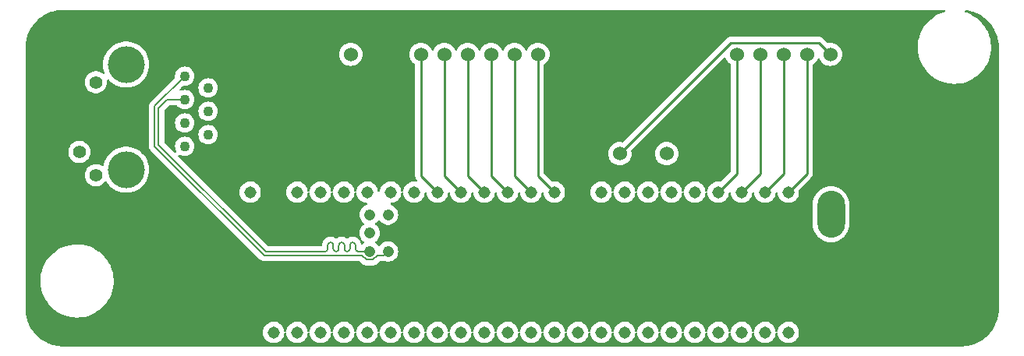
<source format=gbr>
%TF.GenerationSoftware,KiCad,Pcbnew,7.0.7*%
%TF.CreationDate,2023-11-04T22:27:46-05:00*%
%TF.ProjectId,FlourometerBoard_Hardware,466c6f75-726f-46d6-9574-6572426f6172,rev?*%
%TF.SameCoordinates,Original*%
%TF.FileFunction,Copper,L2,Bot*%
%TF.FilePolarity,Positive*%
%FSLAX46Y46*%
G04 Gerber Fmt 4.6, Leading zero omitted, Abs format (unit mm)*
G04 Created by KiCad (PCBNEW 7.0.7) date 2023-11-04 22:27:46*
%MOMM*%
%LPD*%
G01*
G04 APERTURE LIST*
%TA.AperFunction,ComponentPad*%
%ADD10C,1.524000*%
%TD*%
%TA.AperFunction,ComponentPad*%
%ADD11C,1.308000*%
%TD*%
%TA.AperFunction,ComponentPad*%
%ADD12C,1.208000*%
%TD*%
%TA.AperFunction,ComponentPad*%
%ADD13O,3.000000X5.100000*%
%TD*%
%TA.AperFunction,ComponentPad*%
%ADD14C,1.100000*%
%TD*%
%TA.AperFunction,ComponentPad*%
%ADD15C,1.400000*%
%TD*%
%TA.AperFunction,ComponentPad*%
%ADD16C,4.000000*%
%TD*%
%TA.AperFunction,ComponentPad*%
%ADD17C,2.000000*%
%TD*%
%TA.AperFunction,Conductor*%
%ADD18C,0.254000*%
%TD*%
%TA.AperFunction,Conductor*%
%ADD19C,0.200000*%
%TD*%
G04 APERTURE END LIST*
D10*
%TO.P,Conn2,1*%
%TO.N,+5V*%
X73660000Y-86360000D03*
%TO.P,Conn2,2*%
%TO.N,GND*%
X76200000Y-86360000D03*
%TO.P,Conn2,3*%
X78740000Y-86360000D03*
%TO.P,Conn2,4*%
%TO.N,EOS*%
X81280000Y-86360000D03*
%TO.P,Conn2,5*%
%TO.N,TRG*%
X83820000Y-86360000D03*
%TO.P,Conn2,6*%
%TO.N,START*%
X86360000Y-86360000D03*
%TO.P,Conn2,7*%
%TO.N,CLK*%
X88900000Y-86360000D03*
%TO.P,Conn2,8*%
%TO.N,VIDEO*%
X91440000Y-86360000D03*
%TO.P,Conn2,9*%
%TO.N,WHITE_LED*%
X93980000Y-86360000D03*
%TD*%
%TO.P,U3,1,Vi*%
%TO.N,+12V*%
X107950000Y-97155000D03*
%TO.P,U3,2,GND*%
%TO.N,GND*%
X105410000Y-97155000D03*
%TO.P,U3,3,Vo*%
%TO.N,+5V*%
X102870000Y-97155000D03*
%TD*%
D11*
%TO.P,U1,0,RX1*%
%TO.N,unconnected-(U1-RX1-Pad0)*%
X65278000Y-116586000D03*
%TO.P,U1,1,TX1*%
%TO.N,unconnected-(U1-TX1-Pad1)*%
X67818000Y-116586000D03*
%TO.P,U1,2,OUT2*%
%TO.N,unconnected-(U1-OUT2-Pad2)*%
X70358000Y-116586000D03*
%TO.P,U1,3,LRCLK2*%
%TO.N,unconnected-(U1-LRCLK2-Pad3)*%
X72898000Y-116586000D03*
%TO.P,U1,3.3V_1,3.3V*%
%TO.N,unconnected-(U1-3.3V-Pad3.3V_1)*%
X98298000Y-116586000D03*
%TO.P,U1,3.3V_2,3.3V*%
X67818000Y-101346000D03*
%TO.P,U1,4,BCLK2*%
%TO.N,unconnected-(U1-BCLK2-Pad4)*%
X75438000Y-116586000D03*
%TO.P,U1,5,IN2*%
%TO.N,unconnected-(U1-IN2-Pad5)*%
X77978000Y-116586000D03*
%TO.P,U1,6,OUT1D*%
%TO.N,unconnected-(U1-OUT1D-Pad6)*%
X80518000Y-116586000D03*
%TO.P,U1,7,RX2*%
%TO.N,unconnected-(U1-RX2-Pad7)*%
X83058000Y-116586000D03*
%TO.P,U1,8,TX2*%
%TO.N,unconnected-(U1-TX2-Pad8)*%
X85598000Y-116586000D03*
%TO.P,U1,9,OUT1C*%
%TO.N,unconnected-(U1-OUT1C-Pad9)*%
X88138000Y-116586000D03*
%TO.P,U1,10,CS1*%
%TO.N,unconnected-(U1-CS1-Pad10)*%
X90678000Y-116586000D03*
%TO.P,U1,11,MOSI*%
%TO.N,unconnected-(U1-MOSI-Pad11)*%
X93218000Y-116586000D03*
%TO.P,U1,12,MISO*%
%TO.N,unconnected-(U1-MISO-Pad12)*%
X95758000Y-116586000D03*
%TO.P,U1,13,SCK*%
%TO.N,WHITE_LED*%
X95758000Y-101346000D03*
%TO.P,U1,14,A0*%
%TO.N,VIDEO*%
X93218000Y-101346000D03*
%TO.P,U1,15,A1*%
%TO.N,CLK*%
X90678000Y-101346000D03*
%TO.P,U1,16,A2*%
%TO.N,START*%
X88138000Y-101346000D03*
%TO.P,U1,17,A3*%
%TO.N,TRG*%
X85598000Y-101346000D03*
%TO.P,U1,18,A4*%
%TO.N,EOS*%
X83058000Y-101346000D03*
%TO.P,U1,19,A5*%
%TO.N,unconnected-(U1-A5-Pad19)*%
X80518000Y-101346000D03*
%TO.P,U1,20,A6*%
%TO.N,unconnected-(U1-A6-Pad20)*%
X77978000Y-101346000D03*
%TO.P,U1,21,A7*%
%TO.N,unconnected-(U1-A7-Pad21)*%
X75438000Y-101346000D03*
%TO.P,U1,22,A8*%
%TO.N,unconnected-(U1-A8-Pad22)*%
X72898000Y-101346000D03*
%TO.P,U1,23,A9*%
%TO.N,unconnected-(U1-A9-Pad23)*%
X70358000Y-101346000D03*
%TO.P,U1,24,A10*%
%TO.N,unconnected-(U1-A10-Pad24)*%
X100838000Y-116586000D03*
%TO.P,U1,25,A11*%
%TO.N,unconnected-(U1-A11-Pad25)*%
X103378000Y-116586000D03*
%TO.P,U1,26,A12*%
%TO.N,unconnected-(U1-A12-Pad26)*%
X105918000Y-116586000D03*
%TO.P,U1,27,A13*%
%TO.N,unconnected-(U1-A13-Pad27)*%
X108458000Y-116586000D03*
%TO.P,U1,28,RX7*%
%TO.N,unconnected-(U1-RX7-Pad28)*%
X110998000Y-116586000D03*
%TO.P,U1,29,TX7*%
%TO.N,unconnected-(U1-TX7-Pad29)*%
X113538000Y-116586000D03*
%TO.P,U1,30,CRX3*%
%TO.N,unconnected-(U1-CRX3-Pad30)*%
X116078000Y-116586000D03*
%TO.P,U1,31,CTX3*%
%TO.N,unconnected-(U1-CTX3-Pad31)*%
X118618000Y-116586000D03*
%TO.P,U1,32,OUT1B*%
%TO.N,unconnected-(U1-OUT1B-Pad32)*%
X121158000Y-116586000D03*
%TO.P,U1,33,MCLK2*%
%TO.N,400nm LED*%
X121158000Y-101346000D03*
%TO.P,U1,34,RX8*%
%TO.N,430nm LED*%
X118618000Y-101346000D03*
%TO.P,U1,35,TX8*%
%TO.N,522nm LED*%
X116078000Y-101346000D03*
%TO.P,U1,36,CS2*%
%TO.N,530nm LED*%
X113538000Y-101346000D03*
%TO.P,U1,37,CS3*%
%TO.N,unconnected-(U1-CS3-Pad37)*%
X110998000Y-101346000D03*
%TO.P,U1,38,A14*%
%TO.N,unconnected-(U1-A14-Pad38)*%
X108458000Y-101346000D03*
%TO.P,U1,39,A15*%
%TO.N,unconnected-(U1-A15-Pad39)*%
X105918000Y-101346000D03*
%TO.P,U1,40,A16*%
%TO.N,unconnected-(U1-A16-Pad40)*%
X103378000Y-101346000D03*
%TO.P,U1,41,A17*%
%TO.N,unconnected-(U1-A17-Pad41)*%
X100838000Y-101346000D03*
%TO.P,U1,GND1,GND*%
%TO.N,GND*%
X62738000Y-116586000D03*
%TO.P,U1,GND2,GND*%
X98298000Y-101346000D03*
%TO.P,U1,GND3,GND*%
X65278000Y-101346000D03*
D12*
%TO.P,U1,GND5,GND*%
X77708000Y-105796000D03*
%TO.P,U1,LED,LED*%
%TO.N,LED*%
X75708000Y-105796000D03*
%TO.P,U1,R+,R+*%
%TO.N,R+*%
X75708000Y-103796000D03*
%TO.P,U1,R-,R-*%
%TO.N,R-*%
X77708000Y-103796000D03*
%TO.P,U1,T+,T+*%
%TO.N,T+*%
X77708000Y-107796000D03*
%TO.P,U1,T-,T-*%
%TO.N,T-*%
X75708000Y-107796000D03*
D11*
%TO.P,U1,VIN,VIN*%
%TO.N,+5V*%
X62738000Y-101346000D03*
%TD*%
D13*
%TO.P,Conn1,1,GND*%
%TO.N,GND*%
X125794800Y-111633000D03*
%TO.P,Conn1,2,V+Log*%
%TO.N,+12V*%
X125794800Y-103759000D03*
%TD*%
D10*
%TO.P,Conn3,1*%
%TO.N,530nm LED*%
X115570000Y-86360000D03*
%TO.P,Conn3,2*%
%TO.N,522nm LED*%
X118110000Y-86360000D03*
%TO.P,Conn3,3*%
%TO.N,430nm LED*%
X120650000Y-86360000D03*
%TO.P,Conn3,4*%
%TO.N,400nm LED*%
X123190000Y-86360000D03*
%TO.P,Conn3,5*%
%TO.N,+5V*%
X125730000Y-86360000D03*
%TO.P,Conn3,6*%
%TO.N,GND*%
X128270000Y-86360000D03*
%TO.P,Conn3,7*%
X130810000Y-86360000D03*
%TD*%
D14*
%TO.P,J1,1*%
%TO.N,T+*%
X55626000Y-88748000D03*
%TO.P,J1,2*%
%TO.N,Net-(C1-Pad2)*%
X58166000Y-90018000D03*
%TO.P,J1,3*%
%TO.N,T-*%
X55626000Y-91288000D03*
%TO.P,J1,4*%
%TO.N,R+*%
X58166000Y-92558000D03*
%TO.P,J1,5*%
%TO.N,Net-(C1-Pad2)*%
X55626000Y-93828000D03*
%TO.P,J1,6*%
%TO.N,R-*%
X58166000Y-95098000D03*
%TO.P,J1,7*%
%TO.N,unconnected-(J1-Pad7)*%
X55626000Y-96368000D03*
%TO.P,J1,8*%
%TO.N,GND*%
X58166000Y-97638000D03*
D15*
%TO.P,J1,9*%
X44196000Y-86868000D03*
%TO.P,J1,10*%
%TO.N,LED*%
X45986000Y-89408000D03*
%TO.P,J1,11*%
%TO.N,unconnected-(J1-Pad11)*%
X44196000Y-96978000D03*
%TO.P,J1,12*%
%TO.N,unconnected-(J1-Pad12)*%
X45986000Y-99518000D03*
D16*
%TO.P,J1,13*%
%TO.N,N/C*%
X49276000Y-87478000D03*
%TO.P,J1,14*%
X49276000Y-98908000D03*
D17*
%TO.P,J1,SH*%
%TO.N,GND*%
X52326000Y-85318000D03*
X52326000Y-101068000D03*
%TD*%
D18*
%TO.N,+5V*%
X124460000Y-85090000D02*
X114935000Y-85090000D01*
X125730000Y-86360000D02*
X124460000Y-85090000D01*
X114935000Y-85090000D02*
X102870000Y-97155000D01*
%TO.N,EOS*%
X81280000Y-86360000D02*
X81280000Y-99568000D01*
X81280000Y-99568000D02*
X83058000Y-101346000D01*
%TO.N,TRG*%
X83820000Y-99568000D02*
X85598000Y-101346000D01*
X83820000Y-86360000D02*
X83820000Y-99568000D01*
%TO.N,START*%
X86360000Y-99568000D02*
X88138000Y-101346000D01*
X86360000Y-86360000D02*
X86360000Y-99568000D01*
%TO.N,CLK*%
X88900000Y-99568000D02*
X90678000Y-101346000D01*
X88900000Y-86360000D02*
X88900000Y-99568000D01*
%TO.N,VIDEO*%
X91440000Y-99568000D02*
X93218000Y-101346000D01*
X91440000Y-86360000D02*
X91440000Y-99568000D01*
%TO.N,WHITE_LED*%
X93980000Y-99568000D02*
X95758000Y-101346000D01*
X93980000Y-86360000D02*
X93980000Y-99568000D01*
D19*
%TO.N,T+*%
X76082450Y-108700000D02*
X76536450Y-108246000D01*
X64239800Y-108246000D02*
X74879550Y-108246000D01*
X55626000Y-88748000D02*
X52353000Y-92021000D01*
X76536450Y-108246000D02*
X77258000Y-108246000D01*
X52353000Y-96359200D02*
X64239800Y-108246000D01*
X75333550Y-108700000D02*
X76082450Y-108700000D01*
X77258000Y-108246000D02*
X77708000Y-107796000D01*
X52353000Y-92021000D02*
X52353000Y-96359200D01*
X74879550Y-108246000D02*
X75333550Y-108700000D01*
%TO.N,T-*%
X52803000Y-92207397D02*
X52803000Y-96172800D01*
X72966000Y-107096000D02*
X72966000Y-107496000D01*
X73566000Y-107496000D02*
X73566000Y-107096000D01*
X55626000Y-91288000D02*
X53722397Y-91288000D01*
X71766000Y-107096000D02*
X71766000Y-107496000D01*
X52803000Y-96172800D02*
X64426200Y-107796000D01*
X74466000Y-107796000D02*
X74575933Y-107796000D01*
X53722397Y-91288000D02*
X52803000Y-92207397D01*
X71166000Y-107496000D02*
X71166000Y-107096000D01*
X74575933Y-107796000D02*
X75708000Y-107796000D01*
X64426200Y-107796000D02*
X70866000Y-107796000D01*
X72366000Y-107496000D02*
X72366000Y-107096000D01*
X74166000Y-107096000D02*
X74166000Y-107496000D01*
X71766000Y-107096000D02*
G75*
G03*
X71466000Y-106796000I-300000J0D01*
G01*
X73866000Y-106796000D02*
G75*
G03*
X73566000Y-107096000I0J-300000D01*
G01*
X72966000Y-107096000D02*
G75*
G03*
X72666000Y-106796000I-300000J0D01*
G01*
X74166000Y-107496000D02*
G75*
G03*
X74466000Y-107796000I300000J0D01*
G01*
X74166000Y-107096000D02*
G75*
G03*
X73866000Y-106796000I-300000J0D01*
G01*
X70866000Y-107796000D02*
G75*
G03*
X71166000Y-107496000I0J300000D01*
G01*
X72066000Y-107796000D02*
G75*
G03*
X72366000Y-107496000I0J300000D01*
G01*
X72666000Y-106796000D02*
G75*
G03*
X72366000Y-107096000I0J-300000D01*
G01*
X71466000Y-106796000D02*
G75*
G03*
X71166000Y-107096000I0J-300000D01*
G01*
X73266000Y-107796000D02*
G75*
G03*
X73566000Y-107496000I0J300000D01*
G01*
X72966000Y-107496000D02*
G75*
G03*
X73266000Y-107796000I300000J0D01*
G01*
X71766000Y-107496000D02*
G75*
G03*
X72066000Y-107796000I300000J0D01*
G01*
D18*
%TO.N,530nm LED*%
X115570000Y-99314000D02*
X113538000Y-101346000D01*
X115570000Y-86360000D02*
X115570000Y-99314000D01*
%TO.N,522nm LED*%
X118110000Y-99314000D02*
X116078000Y-101346000D01*
X118110000Y-86360000D02*
X118110000Y-99314000D01*
%TO.N,430nm LED*%
X120650000Y-86360000D02*
X120650000Y-99314000D01*
X120650000Y-99314000D02*
X118618000Y-101346000D01*
%TO.N,400nm LED*%
X123190000Y-99314000D02*
X121158000Y-101346000D01*
X123190000Y-86360000D02*
X123190000Y-99314000D01*
%TD*%
%TA.AperFunction,Conductor*%
%TO.N,GND*%
G36*
X138124238Y-81554185D02*
G01*
X138169993Y-81606989D01*
X138179937Y-81676147D01*
X138150912Y-81739703D01*
X138092134Y-81777477D01*
X138087797Y-81778666D01*
X138019272Y-81796114D01*
X137646549Y-81931774D01*
X137289191Y-82103869D01*
X136950753Y-82310684D01*
X136950742Y-82310692D01*
X136634575Y-82550180D01*
X136634572Y-82550182D01*
X136343813Y-82819968D01*
X136081365Y-83117359D01*
X135849839Y-83439393D01*
X135849826Y-83439413D01*
X135651516Y-83782896D01*
X135488382Y-84144437D01*
X135362059Y-84520419D01*
X135273799Y-84907111D01*
X135224478Y-85300681D01*
X135214590Y-85697173D01*
X135214590Y-85697187D01*
X135244230Y-86092711D01*
X135244231Y-86092724D01*
X135313108Y-86483339D01*
X135420530Y-86865137D01*
X135420534Y-86865151D01*
X135565435Y-87234353D01*
X135565440Y-87234365D01*
X135746386Y-87587314D01*
X135746391Y-87587323D01*
X135961586Y-87920509D01*
X136190453Y-88207500D01*
X136208895Y-88230625D01*
X136447244Y-88474991D01*
X136485833Y-88514554D01*
X136789676Y-88769508D01*
X137117394Y-88992942D01*
X137465730Y-89182636D01*
X137831223Y-89336704D01*
X137831232Y-89336706D01*
X137831238Y-89336709D01*
X138210235Y-89453614D01*
X138210248Y-89453617D01*
X138598999Y-89532205D01*
X138599014Y-89532208D01*
X138937299Y-89566058D01*
X138993680Y-89571700D01*
X138993681Y-89571700D01*
X139291103Y-89571700D01*
X139489130Y-89561816D01*
X139588145Y-89556875D01*
X139980353Y-89497759D01*
X140364726Y-89399886D01*
X140737445Y-89264228D01*
X141094803Y-89092133D01*
X141433251Y-88885312D01*
X141749424Y-88645820D01*
X142040181Y-88376037D01*
X142302631Y-88078645D01*
X142534166Y-87756600D01*
X142732485Y-87413101D01*
X142895617Y-87051563D01*
X143021941Y-86675578D01*
X143110201Y-86288885D01*
X143159521Y-85895325D01*
X143163735Y-85726338D01*
X143169409Y-85498826D01*
X143169409Y-85498810D01*
X143159201Y-85362591D01*
X143139769Y-85103280D01*
X143070893Y-84712668D01*
X143068723Y-84704957D01*
X143009536Y-84494594D01*
X142963467Y-84330854D01*
X142953303Y-84304957D01*
X142818564Y-83961646D01*
X142818559Y-83961634D01*
X142637613Y-83608685D01*
X142637609Y-83608677D01*
X142422414Y-83275491D01*
X142175114Y-82965386D01*
X142175111Y-82965383D01*
X142175104Y-82965374D01*
X141898176Y-82681455D01*
X141898173Y-82681452D01*
X141898172Y-82681451D01*
X141898167Y-82681446D01*
X141594324Y-82426492D01*
X141489841Y-82355257D01*
X141266605Y-82203057D01*
X141150493Y-82139826D01*
X140918270Y-82013364D01*
X140918262Y-82013360D01*
X140918259Y-82013359D01*
X140552777Y-81859296D01*
X140552761Y-81859290D01*
X140390338Y-81809189D01*
X140332079Y-81770618D01*
X140303921Y-81706674D01*
X140314805Y-81637657D01*
X140361274Y-81585480D01*
X140428575Y-81566709D01*
X140443998Y-81567885D01*
X140525398Y-81579240D01*
X140525427Y-81579244D01*
X140715944Y-81607505D01*
X140721029Y-81608478D01*
X140907882Y-81652425D01*
X141092252Y-81698607D01*
X141096884Y-81699962D01*
X141280058Y-81761356D01*
X141458186Y-81825092D01*
X141462264Y-81826719D01*
X141622310Y-81897386D01*
X141639723Y-81905075D01*
X141810338Y-81985770D01*
X141813995Y-81987650D01*
X141983898Y-82082285D01*
X142145610Y-82179212D01*
X142148767Y-82181237D01*
X142309528Y-82291360D01*
X142423633Y-82375986D01*
X142460960Y-82403670D01*
X142463635Y-82405770D01*
X142613760Y-82530431D01*
X142753534Y-82657114D01*
X142755738Y-82659213D01*
X142892785Y-82796260D01*
X142894884Y-82798464D01*
X143021568Y-82938239D01*
X143146228Y-83088363D01*
X143148328Y-83091038D01*
X143260635Y-83242465D01*
X143370761Y-83403231D01*
X143372791Y-83406396D01*
X143469719Y-83568111D01*
X143489582Y-83603772D01*
X143564345Y-83737998D01*
X143566228Y-83741660D01*
X143646924Y-83912276D01*
X143695912Y-84023221D01*
X143725259Y-84089686D01*
X143725260Y-84089687D01*
X143726919Y-84093844D01*
X143790642Y-84271936D01*
X143852036Y-84455115D01*
X143853392Y-84459754D01*
X143899582Y-84644151D01*
X143943517Y-84830955D01*
X143944493Y-84836054D01*
X143972755Y-85026572D01*
X143998878Y-85213840D01*
X143999398Y-85219366D01*
X144009511Y-85425213D01*
X144017434Y-85596575D01*
X144017500Y-85599439D01*
X144017500Y-114044560D01*
X144017434Y-114047424D01*
X144009511Y-114218786D01*
X143999398Y-114424632D01*
X143998878Y-114430158D01*
X143972755Y-114617427D01*
X143944493Y-114807944D01*
X143943517Y-114813043D01*
X143899582Y-114999848D01*
X143853392Y-115184244D01*
X143852036Y-115188883D01*
X143790642Y-115372063D01*
X143726919Y-115550154D01*
X143725260Y-115554311D01*
X143646924Y-115731723D01*
X143566228Y-115902338D01*
X143564345Y-115906000D01*
X143469713Y-116075900D01*
X143372791Y-116237602D01*
X143370761Y-116240766D01*
X143260635Y-116401534D01*
X143148328Y-116552960D01*
X143146228Y-116555635D01*
X143021568Y-116705760D01*
X142894884Y-116845534D01*
X142892785Y-116847738D01*
X142755738Y-116984785D01*
X142753534Y-116986884D01*
X142613760Y-117113568D01*
X142463635Y-117238228D01*
X142460960Y-117240328D01*
X142309534Y-117352635D01*
X142148766Y-117462761D01*
X142145602Y-117464791D01*
X141983900Y-117561713D01*
X141814000Y-117656345D01*
X141810338Y-117658228D01*
X141639723Y-117738924D01*
X141462311Y-117817260D01*
X141458154Y-117818919D01*
X141280063Y-117882642D01*
X141096883Y-117944036D01*
X141092244Y-117945392D01*
X140907848Y-117991582D01*
X140721043Y-118035517D01*
X140715944Y-118036493D01*
X140525427Y-118064755D01*
X140338158Y-118090878D01*
X140332632Y-118091398D01*
X140126786Y-118101511D01*
X139955424Y-118109434D01*
X139952560Y-118109500D01*
X42419440Y-118109500D01*
X42416576Y-118109434D01*
X42245213Y-118101511D01*
X42039366Y-118091398D01*
X42033840Y-118090878D01*
X41846572Y-118064755D01*
X41656054Y-118036493D01*
X41650955Y-118035517D01*
X41464151Y-117991582D01*
X41279754Y-117945392D01*
X41275115Y-117944036D01*
X41112904Y-117889669D01*
X41091936Y-117882642D01*
X40913842Y-117818918D01*
X40909697Y-117817264D01*
X40843221Y-117787912D01*
X40732276Y-117738924D01*
X40561660Y-117658228D01*
X40557998Y-117656345D01*
X40388116Y-117561722D01*
X40287676Y-117501521D01*
X40226396Y-117464791D01*
X40223231Y-117462761D01*
X40062465Y-117352635D01*
X39911038Y-117240328D01*
X39908363Y-117238228D01*
X39758239Y-117113568D01*
X39618464Y-116986884D01*
X39616260Y-116984785D01*
X39479213Y-116847738D01*
X39477114Y-116845534D01*
X39350431Y-116705760D01*
X39250985Y-116586000D01*
X64118554Y-116586000D01*
X64138295Y-116799047D01*
X64138296Y-116799050D01*
X64196846Y-117004835D01*
X64196849Y-117004841D01*
X64250989Y-117113568D01*
X64292219Y-117196370D01*
X64421159Y-117367114D01*
X64579278Y-117511258D01*
X64579283Y-117511261D01*
X64579286Y-117511263D01*
X64761186Y-117623891D01*
X64761187Y-117623891D01*
X64761190Y-117623893D01*
X64960703Y-117701185D01*
X65171020Y-117740500D01*
X65171022Y-117740500D01*
X65384978Y-117740500D01*
X65384980Y-117740500D01*
X65595297Y-117701185D01*
X65794810Y-117623893D01*
X65976722Y-117511258D01*
X66134841Y-117367114D01*
X66263781Y-117196370D01*
X66359151Y-117004840D01*
X66359151Y-117004837D01*
X66359153Y-117004835D01*
X66403850Y-116847738D01*
X66417704Y-116799048D01*
X66424529Y-116725394D01*
X66450315Y-116660457D01*
X66507116Y-116619770D01*
X66576897Y-116616250D01*
X66637503Y-116651015D01*
X66669693Y-116713028D01*
X66671471Y-116725395D01*
X66678295Y-116799047D01*
X66678296Y-116799050D01*
X66736846Y-117004835D01*
X66736849Y-117004841D01*
X66790989Y-117113568D01*
X66832219Y-117196370D01*
X66961159Y-117367114D01*
X67119278Y-117511258D01*
X67119283Y-117511261D01*
X67119286Y-117511263D01*
X67301186Y-117623891D01*
X67301187Y-117623891D01*
X67301190Y-117623893D01*
X67500703Y-117701185D01*
X67711020Y-117740500D01*
X67711022Y-117740500D01*
X67924978Y-117740500D01*
X67924980Y-117740500D01*
X68135297Y-117701185D01*
X68334810Y-117623893D01*
X68516722Y-117511258D01*
X68674841Y-117367114D01*
X68803781Y-117196370D01*
X68899151Y-117004840D01*
X68899151Y-117004837D01*
X68899153Y-117004835D01*
X68943850Y-116847738D01*
X68957704Y-116799048D01*
X68964529Y-116725394D01*
X68990315Y-116660457D01*
X69047116Y-116619770D01*
X69116897Y-116616250D01*
X69177503Y-116651015D01*
X69209693Y-116713028D01*
X69211471Y-116725395D01*
X69218295Y-116799047D01*
X69218296Y-116799050D01*
X69276846Y-117004835D01*
X69276849Y-117004841D01*
X69330989Y-117113568D01*
X69372219Y-117196370D01*
X69501159Y-117367114D01*
X69659278Y-117511258D01*
X69659283Y-117511261D01*
X69659286Y-117511263D01*
X69841186Y-117623891D01*
X69841187Y-117623891D01*
X69841190Y-117623893D01*
X70040703Y-117701185D01*
X70251020Y-117740500D01*
X70251022Y-117740500D01*
X70464978Y-117740500D01*
X70464980Y-117740500D01*
X70675297Y-117701185D01*
X70874810Y-117623893D01*
X71056722Y-117511258D01*
X71214841Y-117367114D01*
X71343781Y-117196370D01*
X71439151Y-117004840D01*
X71439151Y-117004837D01*
X71439153Y-117004835D01*
X71483850Y-116847738D01*
X71497704Y-116799048D01*
X71504529Y-116725394D01*
X71530315Y-116660457D01*
X71587116Y-116619770D01*
X71656897Y-116616250D01*
X71717503Y-116651015D01*
X71749693Y-116713028D01*
X71751471Y-116725395D01*
X71758295Y-116799047D01*
X71758296Y-116799050D01*
X71816846Y-117004835D01*
X71816849Y-117004841D01*
X71870989Y-117113568D01*
X71912219Y-117196370D01*
X72041159Y-117367114D01*
X72199278Y-117511258D01*
X72199283Y-117511261D01*
X72199286Y-117511263D01*
X72381186Y-117623891D01*
X72381187Y-117623891D01*
X72381190Y-117623893D01*
X72580703Y-117701185D01*
X72791020Y-117740500D01*
X72791022Y-117740500D01*
X73004978Y-117740500D01*
X73004980Y-117740500D01*
X73215297Y-117701185D01*
X73414810Y-117623893D01*
X73596722Y-117511258D01*
X73754841Y-117367114D01*
X73883781Y-117196370D01*
X73979151Y-117004840D01*
X73979151Y-117004837D01*
X73979153Y-117004835D01*
X74023850Y-116847738D01*
X74037704Y-116799048D01*
X74044529Y-116725394D01*
X74070315Y-116660457D01*
X74127116Y-116619770D01*
X74196897Y-116616250D01*
X74257503Y-116651015D01*
X74289693Y-116713028D01*
X74291471Y-116725395D01*
X74298295Y-116799047D01*
X74298296Y-116799050D01*
X74356846Y-117004835D01*
X74356849Y-117004841D01*
X74410989Y-117113568D01*
X74452219Y-117196370D01*
X74581159Y-117367114D01*
X74739278Y-117511258D01*
X74739283Y-117511261D01*
X74739286Y-117511263D01*
X74921186Y-117623891D01*
X74921187Y-117623891D01*
X74921190Y-117623893D01*
X75120703Y-117701185D01*
X75331020Y-117740500D01*
X75331022Y-117740500D01*
X75544978Y-117740500D01*
X75544980Y-117740500D01*
X75755297Y-117701185D01*
X75954810Y-117623893D01*
X76136722Y-117511258D01*
X76294841Y-117367114D01*
X76423781Y-117196370D01*
X76519151Y-117004840D01*
X76519151Y-117004837D01*
X76519153Y-117004835D01*
X76563850Y-116847738D01*
X76577704Y-116799048D01*
X76584529Y-116725394D01*
X76610315Y-116660457D01*
X76667116Y-116619770D01*
X76736897Y-116616250D01*
X76797503Y-116651015D01*
X76829693Y-116713028D01*
X76831471Y-116725395D01*
X76838295Y-116799047D01*
X76838296Y-116799050D01*
X76896846Y-117004835D01*
X76896849Y-117004841D01*
X76950989Y-117113568D01*
X76992219Y-117196370D01*
X77121159Y-117367114D01*
X77279278Y-117511258D01*
X77279283Y-117511261D01*
X77279286Y-117511263D01*
X77461186Y-117623891D01*
X77461187Y-117623891D01*
X77461190Y-117623893D01*
X77660703Y-117701185D01*
X77871020Y-117740500D01*
X77871022Y-117740500D01*
X78084978Y-117740500D01*
X78084980Y-117740500D01*
X78295297Y-117701185D01*
X78494810Y-117623893D01*
X78676722Y-117511258D01*
X78834841Y-117367114D01*
X78963781Y-117196370D01*
X79059151Y-117004840D01*
X79059151Y-117004837D01*
X79059153Y-117004835D01*
X79103850Y-116847738D01*
X79117704Y-116799048D01*
X79124529Y-116725394D01*
X79150315Y-116660457D01*
X79207116Y-116619770D01*
X79276897Y-116616250D01*
X79337503Y-116651015D01*
X79369693Y-116713028D01*
X79371471Y-116725395D01*
X79378295Y-116799047D01*
X79378296Y-116799050D01*
X79436846Y-117004835D01*
X79436849Y-117004841D01*
X79490989Y-117113568D01*
X79532219Y-117196370D01*
X79661159Y-117367114D01*
X79819278Y-117511258D01*
X79819283Y-117511261D01*
X79819286Y-117511263D01*
X80001186Y-117623891D01*
X80001187Y-117623891D01*
X80001190Y-117623893D01*
X80200703Y-117701185D01*
X80411020Y-117740500D01*
X80411022Y-117740500D01*
X80624978Y-117740500D01*
X80624980Y-117740500D01*
X80835297Y-117701185D01*
X81034810Y-117623893D01*
X81216722Y-117511258D01*
X81374841Y-117367114D01*
X81503781Y-117196370D01*
X81599151Y-117004840D01*
X81599151Y-117004837D01*
X81599153Y-117004835D01*
X81643850Y-116847738D01*
X81657704Y-116799048D01*
X81664529Y-116725394D01*
X81690315Y-116660457D01*
X81747116Y-116619770D01*
X81816897Y-116616250D01*
X81877503Y-116651015D01*
X81909693Y-116713028D01*
X81911471Y-116725395D01*
X81918295Y-116799047D01*
X81918296Y-116799050D01*
X81976846Y-117004835D01*
X81976849Y-117004841D01*
X82030989Y-117113568D01*
X82072219Y-117196370D01*
X82201159Y-117367114D01*
X82359278Y-117511258D01*
X82359283Y-117511261D01*
X82359286Y-117511263D01*
X82541186Y-117623891D01*
X82541187Y-117623891D01*
X82541190Y-117623893D01*
X82740703Y-117701185D01*
X82951020Y-117740500D01*
X82951022Y-117740500D01*
X83164978Y-117740500D01*
X83164980Y-117740500D01*
X83375297Y-117701185D01*
X83574810Y-117623893D01*
X83756722Y-117511258D01*
X83914841Y-117367114D01*
X84043781Y-117196370D01*
X84139151Y-117004840D01*
X84139151Y-117004837D01*
X84139153Y-117004835D01*
X84183850Y-116847738D01*
X84197704Y-116799048D01*
X84204529Y-116725394D01*
X84230315Y-116660457D01*
X84287116Y-116619770D01*
X84356897Y-116616250D01*
X84417503Y-116651015D01*
X84449693Y-116713028D01*
X84451471Y-116725395D01*
X84458295Y-116799047D01*
X84458296Y-116799050D01*
X84516846Y-117004835D01*
X84516849Y-117004841D01*
X84570989Y-117113568D01*
X84612219Y-117196370D01*
X84741159Y-117367114D01*
X84899278Y-117511258D01*
X84899283Y-117511261D01*
X84899286Y-117511263D01*
X85081186Y-117623891D01*
X85081187Y-117623891D01*
X85081190Y-117623893D01*
X85280703Y-117701185D01*
X85491020Y-117740500D01*
X85491022Y-117740500D01*
X85704978Y-117740500D01*
X85704980Y-117740500D01*
X85915297Y-117701185D01*
X86114810Y-117623893D01*
X86296722Y-117511258D01*
X86454841Y-117367114D01*
X86583781Y-117196370D01*
X86679151Y-117004840D01*
X86679151Y-117004837D01*
X86679153Y-117004835D01*
X86723850Y-116847738D01*
X86737704Y-116799048D01*
X86744529Y-116725394D01*
X86770315Y-116660457D01*
X86827116Y-116619770D01*
X86896897Y-116616250D01*
X86957503Y-116651015D01*
X86989693Y-116713028D01*
X86991471Y-116725395D01*
X86998295Y-116799047D01*
X86998296Y-116799050D01*
X87056846Y-117004835D01*
X87056849Y-117004841D01*
X87110989Y-117113568D01*
X87152219Y-117196370D01*
X87281159Y-117367114D01*
X87439278Y-117511258D01*
X87439283Y-117511261D01*
X87439286Y-117511263D01*
X87621186Y-117623891D01*
X87621187Y-117623891D01*
X87621190Y-117623893D01*
X87820703Y-117701185D01*
X88031020Y-117740500D01*
X88031022Y-117740500D01*
X88244978Y-117740500D01*
X88244980Y-117740500D01*
X88455297Y-117701185D01*
X88654810Y-117623893D01*
X88836722Y-117511258D01*
X88994841Y-117367114D01*
X89123781Y-117196370D01*
X89219151Y-117004840D01*
X89219151Y-117004837D01*
X89219153Y-117004835D01*
X89263850Y-116847738D01*
X89277704Y-116799048D01*
X89284529Y-116725394D01*
X89310315Y-116660457D01*
X89367116Y-116619770D01*
X89436897Y-116616250D01*
X89497503Y-116651015D01*
X89529693Y-116713028D01*
X89531471Y-116725395D01*
X89538295Y-116799047D01*
X89538296Y-116799050D01*
X89596846Y-117004835D01*
X89596849Y-117004841D01*
X89650989Y-117113568D01*
X89692219Y-117196370D01*
X89821159Y-117367114D01*
X89979278Y-117511258D01*
X89979283Y-117511261D01*
X89979286Y-117511263D01*
X90161186Y-117623891D01*
X90161187Y-117623891D01*
X90161190Y-117623893D01*
X90360703Y-117701185D01*
X90571020Y-117740500D01*
X90571022Y-117740500D01*
X90784978Y-117740500D01*
X90784980Y-117740500D01*
X90995297Y-117701185D01*
X91194810Y-117623893D01*
X91376722Y-117511258D01*
X91534841Y-117367114D01*
X91663781Y-117196370D01*
X91759151Y-117004840D01*
X91759151Y-117004837D01*
X91759153Y-117004835D01*
X91803850Y-116847738D01*
X91817704Y-116799048D01*
X91824529Y-116725394D01*
X91850315Y-116660457D01*
X91907116Y-116619770D01*
X91976897Y-116616250D01*
X92037503Y-116651015D01*
X92069693Y-116713028D01*
X92071471Y-116725395D01*
X92078295Y-116799047D01*
X92078296Y-116799050D01*
X92136846Y-117004835D01*
X92136849Y-117004841D01*
X92190989Y-117113568D01*
X92232219Y-117196370D01*
X92361159Y-117367114D01*
X92519278Y-117511258D01*
X92519283Y-117511261D01*
X92519286Y-117511263D01*
X92701186Y-117623891D01*
X92701187Y-117623891D01*
X92701190Y-117623893D01*
X92900703Y-117701185D01*
X93111020Y-117740500D01*
X93111022Y-117740500D01*
X93324978Y-117740500D01*
X93324980Y-117740500D01*
X93535297Y-117701185D01*
X93734810Y-117623893D01*
X93916722Y-117511258D01*
X94074841Y-117367114D01*
X94203781Y-117196370D01*
X94299151Y-117004840D01*
X94299151Y-117004837D01*
X94299153Y-117004835D01*
X94343850Y-116847738D01*
X94357704Y-116799048D01*
X94364529Y-116725394D01*
X94390315Y-116660457D01*
X94447116Y-116619770D01*
X94516897Y-116616250D01*
X94577503Y-116651015D01*
X94609693Y-116713028D01*
X94611471Y-116725395D01*
X94618295Y-116799047D01*
X94618296Y-116799050D01*
X94676846Y-117004835D01*
X94676849Y-117004841D01*
X94730989Y-117113568D01*
X94772219Y-117196370D01*
X94901159Y-117367114D01*
X95059278Y-117511258D01*
X95059283Y-117511261D01*
X95059286Y-117511263D01*
X95241186Y-117623891D01*
X95241187Y-117623891D01*
X95241190Y-117623893D01*
X95440703Y-117701185D01*
X95651020Y-117740500D01*
X95651022Y-117740500D01*
X95864978Y-117740500D01*
X95864980Y-117740500D01*
X96075297Y-117701185D01*
X96274810Y-117623893D01*
X96456722Y-117511258D01*
X96614841Y-117367114D01*
X96743781Y-117196370D01*
X96839151Y-117004840D01*
X96839151Y-117004837D01*
X96839153Y-117004835D01*
X96883850Y-116847738D01*
X96897704Y-116799048D01*
X96904529Y-116725394D01*
X96930315Y-116660457D01*
X96987116Y-116619770D01*
X97056897Y-116616250D01*
X97117503Y-116651015D01*
X97149693Y-116713028D01*
X97151471Y-116725395D01*
X97158295Y-116799047D01*
X97158296Y-116799050D01*
X97216846Y-117004835D01*
X97216849Y-117004841D01*
X97270989Y-117113568D01*
X97312219Y-117196370D01*
X97441159Y-117367114D01*
X97599278Y-117511258D01*
X97599283Y-117511261D01*
X97599286Y-117511263D01*
X97781186Y-117623891D01*
X97781187Y-117623891D01*
X97781190Y-117623893D01*
X97980703Y-117701185D01*
X98191020Y-117740500D01*
X98191022Y-117740500D01*
X98404978Y-117740500D01*
X98404980Y-117740500D01*
X98615297Y-117701185D01*
X98814810Y-117623893D01*
X98996722Y-117511258D01*
X99154841Y-117367114D01*
X99283781Y-117196370D01*
X99379151Y-117004840D01*
X99379151Y-117004837D01*
X99379153Y-117004835D01*
X99423850Y-116847738D01*
X99437704Y-116799048D01*
X99444529Y-116725394D01*
X99470315Y-116660457D01*
X99527116Y-116619770D01*
X99596897Y-116616250D01*
X99657503Y-116651015D01*
X99689693Y-116713028D01*
X99691471Y-116725395D01*
X99698295Y-116799047D01*
X99698296Y-116799050D01*
X99756846Y-117004835D01*
X99756849Y-117004841D01*
X99810989Y-117113568D01*
X99852219Y-117196370D01*
X99981159Y-117367114D01*
X100139278Y-117511258D01*
X100139283Y-117511261D01*
X100139286Y-117511263D01*
X100321186Y-117623891D01*
X100321187Y-117623891D01*
X100321190Y-117623893D01*
X100520703Y-117701185D01*
X100731020Y-117740500D01*
X100731022Y-117740500D01*
X100944978Y-117740500D01*
X100944980Y-117740500D01*
X101155297Y-117701185D01*
X101354810Y-117623893D01*
X101536722Y-117511258D01*
X101694841Y-117367114D01*
X101823781Y-117196370D01*
X101919151Y-117004840D01*
X101919151Y-117004837D01*
X101919153Y-117004835D01*
X101963850Y-116847738D01*
X101977704Y-116799048D01*
X101984529Y-116725394D01*
X102010315Y-116660457D01*
X102067116Y-116619770D01*
X102136897Y-116616250D01*
X102197503Y-116651015D01*
X102229693Y-116713028D01*
X102231471Y-116725395D01*
X102238295Y-116799047D01*
X102238296Y-116799050D01*
X102296846Y-117004835D01*
X102296849Y-117004841D01*
X102350989Y-117113568D01*
X102392219Y-117196370D01*
X102521159Y-117367114D01*
X102679278Y-117511258D01*
X102679283Y-117511261D01*
X102679286Y-117511263D01*
X102861186Y-117623891D01*
X102861187Y-117623891D01*
X102861190Y-117623893D01*
X103060703Y-117701185D01*
X103271020Y-117740500D01*
X103271022Y-117740500D01*
X103484978Y-117740500D01*
X103484980Y-117740500D01*
X103695297Y-117701185D01*
X103894810Y-117623893D01*
X104076722Y-117511258D01*
X104234841Y-117367114D01*
X104363781Y-117196370D01*
X104459151Y-117004840D01*
X104459151Y-117004837D01*
X104459153Y-117004835D01*
X104503850Y-116847738D01*
X104517704Y-116799048D01*
X104524529Y-116725394D01*
X104550315Y-116660457D01*
X104607116Y-116619770D01*
X104676897Y-116616250D01*
X104737503Y-116651015D01*
X104769693Y-116713028D01*
X104771471Y-116725395D01*
X104778295Y-116799047D01*
X104778296Y-116799050D01*
X104836846Y-117004835D01*
X104836849Y-117004841D01*
X104890989Y-117113568D01*
X104932219Y-117196370D01*
X105061159Y-117367114D01*
X105219278Y-117511258D01*
X105219283Y-117511261D01*
X105219286Y-117511263D01*
X105401186Y-117623891D01*
X105401187Y-117623891D01*
X105401190Y-117623893D01*
X105600703Y-117701185D01*
X105811020Y-117740500D01*
X105811022Y-117740500D01*
X106024978Y-117740500D01*
X106024980Y-117740500D01*
X106235297Y-117701185D01*
X106434810Y-117623893D01*
X106616722Y-117511258D01*
X106774841Y-117367114D01*
X106903781Y-117196370D01*
X106999151Y-117004840D01*
X106999151Y-117004837D01*
X106999153Y-117004835D01*
X107043850Y-116847738D01*
X107057704Y-116799048D01*
X107064529Y-116725394D01*
X107090315Y-116660457D01*
X107147116Y-116619770D01*
X107216897Y-116616250D01*
X107277503Y-116651015D01*
X107309693Y-116713028D01*
X107311471Y-116725395D01*
X107318295Y-116799047D01*
X107318296Y-116799050D01*
X107376846Y-117004835D01*
X107376849Y-117004841D01*
X107430989Y-117113568D01*
X107472219Y-117196370D01*
X107601159Y-117367114D01*
X107759278Y-117511258D01*
X107759283Y-117511261D01*
X107759286Y-117511263D01*
X107941186Y-117623891D01*
X107941187Y-117623891D01*
X107941190Y-117623893D01*
X108140703Y-117701185D01*
X108351020Y-117740500D01*
X108351022Y-117740500D01*
X108564978Y-117740500D01*
X108564980Y-117740500D01*
X108775297Y-117701185D01*
X108974810Y-117623893D01*
X109156722Y-117511258D01*
X109314841Y-117367114D01*
X109443781Y-117196370D01*
X109539151Y-117004840D01*
X109539151Y-117004837D01*
X109539153Y-117004835D01*
X109583850Y-116847738D01*
X109597704Y-116799048D01*
X109604529Y-116725394D01*
X109630315Y-116660457D01*
X109687116Y-116619770D01*
X109756897Y-116616250D01*
X109817503Y-116651015D01*
X109849693Y-116713028D01*
X109851471Y-116725395D01*
X109858295Y-116799047D01*
X109858296Y-116799050D01*
X109916846Y-117004835D01*
X109916849Y-117004841D01*
X109970989Y-117113568D01*
X110012219Y-117196370D01*
X110141159Y-117367114D01*
X110299278Y-117511258D01*
X110299283Y-117511261D01*
X110299286Y-117511263D01*
X110481186Y-117623891D01*
X110481187Y-117623891D01*
X110481190Y-117623893D01*
X110680703Y-117701185D01*
X110891020Y-117740500D01*
X110891022Y-117740500D01*
X111104978Y-117740500D01*
X111104980Y-117740500D01*
X111315297Y-117701185D01*
X111514810Y-117623893D01*
X111696722Y-117511258D01*
X111854841Y-117367114D01*
X111983781Y-117196370D01*
X112079151Y-117004840D01*
X112079151Y-117004837D01*
X112079153Y-117004835D01*
X112123850Y-116847738D01*
X112137704Y-116799048D01*
X112144529Y-116725394D01*
X112170315Y-116660457D01*
X112227116Y-116619770D01*
X112296897Y-116616250D01*
X112357503Y-116651015D01*
X112389693Y-116713028D01*
X112391471Y-116725395D01*
X112398295Y-116799047D01*
X112398296Y-116799050D01*
X112456846Y-117004835D01*
X112456849Y-117004841D01*
X112510989Y-117113568D01*
X112552219Y-117196370D01*
X112681159Y-117367114D01*
X112839278Y-117511258D01*
X112839283Y-117511261D01*
X112839286Y-117511263D01*
X113021186Y-117623891D01*
X113021187Y-117623891D01*
X113021190Y-117623893D01*
X113220703Y-117701185D01*
X113431020Y-117740500D01*
X113431022Y-117740500D01*
X113644978Y-117740500D01*
X113644980Y-117740500D01*
X113855297Y-117701185D01*
X114054810Y-117623893D01*
X114236722Y-117511258D01*
X114394841Y-117367114D01*
X114523781Y-117196370D01*
X114619151Y-117004840D01*
X114619151Y-117004837D01*
X114619153Y-117004835D01*
X114663850Y-116847738D01*
X114677704Y-116799048D01*
X114684529Y-116725394D01*
X114710315Y-116660457D01*
X114767116Y-116619770D01*
X114836897Y-116616250D01*
X114897503Y-116651015D01*
X114929693Y-116713028D01*
X114931471Y-116725395D01*
X114938295Y-116799047D01*
X114938296Y-116799050D01*
X114996846Y-117004835D01*
X114996849Y-117004841D01*
X115050989Y-117113568D01*
X115092219Y-117196370D01*
X115221159Y-117367114D01*
X115379278Y-117511258D01*
X115379283Y-117511261D01*
X115379286Y-117511263D01*
X115561186Y-117623891D01*
X115561187Y-117623891D01*
X115561190Y-117623893D01*
X115760703Y-117701185D01*
X115971020Y-117740500D01*
X115971022Y-117740500D01*
X116184978Y-117740500D01*
X116184980Y-117740500D01*
X116395297Y-117701185D01*
X116594810Y-117623893D01*
X116776722Y-117511258D01*
X116934841Y-117367114D01*
X117063781Y-117196370D01*
X117159151Y-117004840D01*
X117159151Y-117004837D01*
X117159153Y-117004835D01*
X117203850Y-116847738D01*
X117217704Y-116799048D01*
X117224529Y-116725394D01*
X117250315Y-116660457D01*
X117307116Y-116619770D01*
X117376897Y-116616250D01*
X117437503Y-116651015D01*
X117469693Y-116713028D01*
X117471471Y-116725395D01*
X117478295Y-116799047D01*
X117478296Y-116799050D01*
X117536846Y-117004835D01*
X117536849Y-117004841D01*
X117590989Y-117113568D01*
X117632219Y-117196370D01*
X117761159Y-117367114D01*
X117919278Y-117511258D01*
X117919283Y-117511261D01*
X117919286Y-117511263D01*
X118101186Y-117623891D01*
X118101187Y-117623891D01*
X118101190Y-117623893D01*
X118300703Y-117701185D01*
X118511020Y-117740500D01*
X118511022Y-117740500D01*
X118724978Y-117740500D01*
X118724980Y-117740500D01*
X118935297Y-117701185D01*
X119134810Y-117623893D01*
X119316722Y-117511258D01*
X119474841Y-117367114D01*
X119603781Y-117196370D01*
X119699151Y-117004840D01*
X119699151Y-117004837D01*
X119699153Y-117004835D01*
X119743850Y-116847738D01*
X119757704Y-116799048D01*
X119764529Y-116725394D01*
X119790315Y-116660457D01*
X119847116Y-116619770D01*
X119916897Y-116616250D01*
X119977503Y-116651015D01*
X120009693Y-116713028D01*
X120011471Y-116725395D01*
X120018295Y-116799047D01*
X120018296Y-116799050D01*
X120076846Y-117004835D01*
X120076849Y-117004841D01*
X120130989Y-117113568D01*
X120172219Y-117196370D01*
X120301159Y-117367114D01*
X120459278Y-117511258D01*
X120459283Y-117511261D01*
X120459286Y-117511263D01*
X120641186Y-117623891D01*
X120641187Y-117623891D01*
X120641190Y-117623893D01*
X120840703Y-117701185D01*
X121051020Y-117740500D01*
X121051022Y-117740500D01*
X121264978Y-117740500D01*
X121264980Y-117740500D01*
X121475297Y-117701185D01*
X121674810Y-117623893D01*
X121856722Y-117511258D01*
X122014841Y-117367114D01*
X122143781Y-117196370D01*
X122239151Y-117004840D01*
X122239151Y-117004837D01*
X122239153Y-117004835D01*
X122283850Y-116847738D01*
X122297704Y-116799048D01*
X122317446Y-116586000D01*
X122297704Y-116372952D01*
X122289200Y-116343065D01*
X122239153Y-116167164D01*
X122239150Y-116167158D01*
X122193696Y-116075873D01*
X122143781Y-115975630D01*
X122014841Y-115804886D01*
X121856722Y-115660742D01*
X121856716Y-115660738D01*
X121856713Y-115660736D01*
X121674813Y-115548108D01*
X121674807Y-115548106D01*
X121475297Y-115470815D01*
X121264980Y-115431500D01*
X121051020Y-115431500D01*
X120840703Y-115470815D01*
X120729473Y-115513906D01*
X120641192Y-115548106D01*
X120641186Y-115548108D01*
X120459286Y-115660736D01*
X120459283Y-115660738D01*
X120459279Y-115660740D01*
X120459278Y-115660742D01*
X120301159Y-115804886D01*
X120301158Y-115804887D01*
X120172219Y-115975629D01*
X120076849Y-116167158D01*
X120076846Y-116167164D01*
X120018296Y-116372949D01*
X120018295Y-116372952D01*
X120011471Y-116446604D01*
X119985685Y-116511542D01*
X119928884Y-116552229D01*
X119859103Y-116555749D01*
X119798497Y-116520984D01*
X119766307Y-116458971D01*
X119764529Y-116446604D01*
X119757704Y-116372952D01*
X119757703Y-116372949D01*
X119699153Y-116167164D01*
X119699150Y-116167158D01*
X119653696Y-116075873D01*
X119603781Y-115975630D01*
X119474841Y-115804886D01*
X119316722Y-115660742D01*
X119316716Y-115660738D01*
X119316713Y-115660736D01*
X119134813Y-115548108D01*
X119134807Y-115548106D01*
X118935297Y-115470815D01*
X118724980Y-115431500D01*
X118511020Y-115431500D01*
X118300703Y-115470815D01*
X118189473Y-115513906D01*
X118101192Y-115548106D01*
X118101186Y-115548108D01*
X117919286Y-115660736D01*
X117919283Y-115660738D01*
X117919279Y-115660740D01*
X117919278Y-115660742D01*
X117761159Y-115804886D01*
X117761158Y-115804887D01*
X117632219Y-115975629D01*
X117536849Y-116167158D01*
X117536846Y-116167164D01*
X117478296Y-116372949D01*
X117478295Y-116372952D01*
X117471471Y-116446604D01*
X117445685Y-116511542D01*
X117388884Y-116552229D01*
X117319103Y-116555749D01*
X117258497Y-116520984D01*
X117226307Y-116458971D01*
X117224529Y-116446604D01*
X117217704Y-116372952D01*
X117217703Y-116372949D01*
X117159153Y-116167164D01*
X117159150Y-116167158D01*
X117113696Y-116075873D01*
X117063781Y-115975630D01*
X116934841Y-115804886D01*
X116776722Y-115660742D01*
X116776716Y-115660738D01*
X116776713Y-115660736D01*
X116594813Y-115548108D01*
X116594807Y-115548106D01*
X116395297Y-115470815D01*
X116184980Y-115431500D01*
X115971020Y-115431500D01*
X115760703Y-115470815D01*
X115649473Y-115513906D01*
X115561192Y-115548106D01*
X115561186Y-115548108D01*
X115379286Y-115660736D01*
X115379283Y-115660738D01*
X115379279Y-115660740D01*
X115379278Y-115660742D01*
X115221159Y-115804886D01*
X115221158Y-115804887D01*
X115092219Y-115975629D01*
X114996849Y-116167158D01*
X114996846Y-116167164D01*
X114938296Y-116372949D01*
X114938295Y-116372952D01*
X114931471Y-116446604D01*
X114905685Y-116511542D01*
X114848884Y-116552229D01*
X114779103Y-116555749D01*
X114718497Y-116520984D01*
X114686307Y-116458971D01*
X114684529Y-116446604D01*
X114677704Y-116372952D01*
X114677703Y-116372949D01*
X114619153Y-116167164D01*
X114619150Y-116167158D01*
X114573696Y-116075873D01*
X114523781Y-115975630D01*
X114394841Y-115804886D01*
X114236722Y-115660742D01*
X114236716Y-115660738D01*
X114236713Y-115660736D01*
X114054813Y-115548108D01*
X114054807Y-115548106D01*
X113855297Y-115470815D01*
X113644980Y-115431500D01*
X113431020Y-115431500D01*
X113220703Y-115470815D01*
X113109473Y-115513906D01*
X113021192Y-115548106D01*
X113021186Y-115548108D01*
X112839286Y-115660736D01*
X112839283Y-115660738D01*
X112839279Y-115660740D01*
X112839278Y-115660742D01*
X112681159Y-115804886D01*
X112681158Y-115804887D01*
X112552219Y-115975629D01*
X112456849Y-116167158D01*
X112456846Y-116167164D01*
X112398296Y-116372949D01*
X112398295Y-116372952D01*
X112391471Y-116446604D01*
X112365685Y-116511542D01*
X112308884Y-116552229D01*
X112239103Y-116555749D01*
X112178497Y-116520984D01*
X112146307Y-116458971D01*
X112144529Y-116446604D01*
X112137704Y-116372952D01*
X112137703Y-116372949D01*
X112079153Y-116167164D01*
X112079150Y-116167158D01*
X112033696Y-116075873D01*
X111983781Y-115975630D01*
X111854841Y-115804886D01*
X111696722Y-115660742D01*
X111696716Y-115660738D01*
X111696713Y-115660736D01*
X111514813Y-115548108D01*
X111514807Y-115548106D01*
X111315297Y-115470815D01*
X111104980Y-115431500D01*
X110891020Y-115431500D01*
X110680703Y-115470815D01*
X110569473Y-115513906D01*
X110481192Y-115548106D01*
X110481186Y-115548108D01*
X110299286Y-115660736D01*
X110299283Y-115660738D01*
X110299279Y-115660740D01*
X110299278Y-115660742D01*
X110141159Y-115804886D01*
X110141158Y-115804887D01*
X110012219Y-115975629D01*
X109916849Y-116167158D01*
X109916846Y-116167164D01*
X109858296Y-116372949D01*
X109858295Y-116372952D01*
X109851471Y-116446604D01*
X109825685Y-116511542D01*
X109768884Y-116552229D01*
X109699103Y-116555749D01*
X109638497Y-116520984D01*
X109606307Y-116458971D01*
X109604529Y-116446604D01*
X109597704Y-116372952D01*
X109597703Y-116372949D01*
X109539153Y-116167164D01*
X109539150Y-116167158D01*
X109493696Y-116075873D01*
X109443781Y-115975630D01*
X109314841Y-115804886D01*
X109156722Y-115660742D01*
X109156716Y-115660738D01*
X109156713Y-115660736D01*
X108974813Y-115548108D01*
X108974807Y-115548106D01*
X108775297Y-115470815D01*
X108564980Y-115431500D01*
X108351020Y-115431500D01*
X108140703Y-115470815D01*
X108029473Y-115513906D01*
X107941192Y-115548106D01*
X107941186Y-115548108D01*
X107759286Y-115660736D01*
X107759283Y-115660738D01*
X107759279Y-115660740D01*
X107759278Y-115660742D01*
X107601159Y-115804886D01*
X107601158Y-115804887D01*
X107472219Y-115975629D01*
X107376849Y-116167158D01*
X107376846Y-116167164D01*
X107318296Y-116372949D01*
X107318295Y-116372952D01*
X107311471Y-116446604D01*
X107285685Y-116511542D01*
X107228884Y-116552229D01*
X107159103Y-116555749D01*
X107098497Y-116520984D01*
X107066307Y-116458971D01*
X107064529Y-116446604D01*
X107057704Y-116372952D01*
X107057703Y-116372949D01*
X106999153Y-116167164D01*
X106999150Y-116167158D01*
X106953696Y-116075873D01*
X106903781Y-115975630D01*
X106774841Y-115804886D01*
X106616722Y-115660742D01*
X106616716Y-115660738D01*
X106616713Y-115660736D01*
X106434813Y-115548108D01*
X106434807Y-115548106D01*
X106235297Y-115470815D01*
X106024980Y-115431500D01*
X105811020Y-115431500D01*
X105600703Y-115470815D01*
X105489473Y-115513906D01*
X105401192Y-115548106D01*
X105401186Y-115548108D01*
X105219286Y-115660736D01*
X105219283Y-115660738D01*
X105219279Y-115660740D01*
X105219278Y-115660742D01*
X105061159Y-115804886D01*
X105061158Y-115804887D01*
X104932219Y-115975629D01*
X104836849Y-116167158D01*
X104836846Y-116167164D01*
X104778296Y-116372949D01*
X104778295Y-116372952D01*
X104771471Y-116446604D01*
X104745685Y-116511542D01*
X104688884Y-116552229D01*
X104619103Y-116555749D01*
X104558497Y-116520984D01*
X104526307Y-116458971D01*
X104524529Y-116446604D01*
X104517704Y-116372952D01*
X104517703Y-116372949D01*
X104459153Y-116167164D01*
X104459150Y-116167158D01*
X104413696Y-116075873D01*
X104363781Y-115975630D01*
X104234841Y-115804886D01*
X104076722Y-115660742D01*
X104076716Y-115660738D01*
X104076713Y-115660736D01*
X103894813Y-115548108D01*
X103894807Y-115548106D01*
X103695297Y-115470815D01*
X103484980Y-115431500D01*
X103271020Y-115431500D01*
X103060703Y-115470815D01*
X102949473Y-115513906D01*
X102861192Y-115548106D01*
X102861186Y-115548108D01*
X102679286Y-115660736D01*
X102679283Y-115660738D01*
X102679279Y-115660740D01*
X102679278Y-115660742D01*
X102521159Y-115804886D01*
X102521158Y-115804887D01*
X102392219Y-115975629D01*
X102296849Y-116167158D01*
X102296846Y-116167164D01*
X102238296Y-116372949D01*
X102238295Y-116372952D01*
X102231471Y-116446604D01*
X102205685Y-116511542D01*
X102148884Y-116552229D01*
X102079103Y-116555749D01*
X102018497Y-116520984D01*
X101986307Y-116458971D01*
X101984529Y-116446604D01*
X101977704Y-116372952D01*
X101977703Y-116372949D01*
X101919153Y-116167164D01*
X101919150Y-116167158D01*
X101873696Y-116075873D01*
X101823781Y-115975630D01*
X101694841Y-115804886D01*
X101536722Y-115660742D01*
X101536716Y-115660738D01*
X101536713Y-115660736D01*
X101354813Y-115548108D01*
X101354807Y-115548106D01*
X101155297Y-115470815D01*
X100944980Y-115431500D01*
X100731020Y-115431500D01*
X100520703Y-115470815D01*
X100409473Y-115513906D01*
X100321192Y-115548106D01*
X100321186Y-115548108D01*
X100139286Y-115660736D01*
X100139283Y-115660738D01*
X100139279Y-115660740D01*
X100139278Y-115660742D01*
X99981159Y-115804886D01*
X99981158Y-115804887D01*
X99852219Y-115975629D01*
X99756849Y-116167158D01*
X99756846Y-116167164D01*
X99698296Y-116372949D01*
X99698295Y-116372952D01*
X99691471Y-116446604D01*
X99665685Y-116511542D01*
X99608884Y-116552229D01*
X99539103Y-116555749D01*
X99478497Y-116520984D01*
X99446307Y-116458971D01*
X99444529Y-116446604D01*
X99437704Y-116372952D01*
X99437703Y-116372949D01*
X99379153Y-116167164D01*
X99379150Y-116167158D01*
X99333696Y-116075873D01*
X99283781Y-115975630D01*
X99154841Y-115804886D01*
X98996722Y-115660742D01*
X98996716Y-115660738D01*
X98996713Y-115660736D01*
X98814813Y-115548108D01*
X98814807Y-115548106D01*
X98615297Y-115470815D01*
X98404980Y-115431500D01*
X98191020Y-115431500D01*
X97980703Y-115470815D01*
X97869473Y-115513906D01*
X97781192Y-115548106D01*
X97781186Y-115548108D01*
X97599286Y-115660736D01*
X97599283Y-115660738D01*
X97599279Y-115660740D01*
X97599278Y-115660742D01*
X97441159Y-115804886D01*
X97441158Y-115804887D01*
X97312219Y-115975629D01*
X97216849Y-116167158D01*
X97216846Y-116167164D01*
X97158296Y-116372949D01*
X97158295Y-116372952D01*
X97151471Y-116446604D01*
X97125685Y-116511542D01*
X97068884Y-116552229D01*
X96999103Y-116555749D01*
X96938497Y-116520984D01*
X96906307Y-116458971D01*
X96904529Y-116446604D01*
X96897704Y-116372952D01*
X96897703Y-116372949D01*
X96839153Y-116167164D01*
X96839150Y-116167158D01*
X96793696Y-116075873D01*
X96743781Y-115975630D01*
X96614841Y-115804886D01*
X96456722Y-115660742D01*
X96456716Y-115660738D01*
X96456713Y-115660736D01*
X96274813Y-115548108D01*
X96274807Y-115548106D01*
X96075297Y-115470815D01*
X95864980Y-115431500D01*
X95651020Y-115431500D01*
X95440703Y-115470815D01*
X95329473Y-115513906D01*
X95241192Y-115548106D01*
X95241186Y-115548108D01*
X95059286Y-115660736D01*
X95059283Y-115660738D01*
X95059279Y-115660740D01*
X95059278Y-115660742D01*
X94901159Y-115804886D01*
X94901158Y-115804887D01*
X94772219Y-115975629D01*
X94676849Y-116167158D01*
X94676846Y-116167164D01*
X94618296Y-116372949D01*
X94618295Y-116372952D01*
X94611471Y-116446604D01*
X94585685Y-116511542D01*
X94528884Y-116552229D01*
X94459103Y-116555749D01*
X94398497Y-116520984D01*
X94366307Y-116458971D01*
X94364529Y-116446604D01*
X94357704Y-116372952D01*
X94357703Y-116372949D01*
X94299153Y-116167164D01*
X94299150Y-116167158D01*
X94253696Y-116075873D01*
X94203781Y-115975630D01*
X94074841Y-115804886D01*
X93916722Y-115660742D01*
X93916716Y-115660738D01*
X93916713Y-115660736D01*
X93734813Y-115548108D01*
X93734807Y-115548106D01*
X93535297Y-115470815D01*
X93324980Y-115431500D01*
X93111020Y-115431500D01*
X92900703Y-115470815D01*
X92789473Y-115513906D01*
X92701192Y-115548106D01*
X92701186Y-115548108D01*
X92519286Y-115660736D01*
X92519283Y-115660738D01*
X92519279Y-115660740D01*
X92519278Y-115660742D01*
X92361159Y-115804886D01*
X92361158Y-115804887D01*
X92232219Y-115975629D01*
X92136849Y-116167158D01*
X92136846Y-116167164D01*
X92078296Y-116372949D01*
X92078295Y-116372952D01*
X92071471Y-116446604D01*
X92045685Y-116511542D01*
X91988884Y-116552229D01*
X91919103Y-116555749D01*
X91858497Y-116520984D01*
X91826307Y-116458971D01*
X91824529Y-116446604D01*
X91817704Y-116372952D01*
X91817703Y-116372949D01*
X91759153Y-116167164D01*
X91759150Y-116167158D01*
X91713696Y-116075873D01*
X91663781Y-115975630D01*
X91534841Y-115804886D01*
X91376722Y-115660742D01*
X91376716Y-115660738D01*
X91376713Y-115660736D01*
X91194813Y-115548108D01*
X91194807Y-115548106D01*
X90995297Y-115470815D01*
X90784980Y-115431500D01*
X90571020Y-115431500D01*
X90360703Y-115470815D01*
X90249473Y-115513906D01*
X90161192Y-115548106D01*
X90161186Y-115548108D01*
X89979286Y-115660736D01*
X89979283Y-115660738D01*
X89979279Y-115660740D01*
X89979278Y-115660742D01*
X89821159Y-115804886D01*
X89821158Y-115804887D01*
X89692219Y-115975629D01*
X89596849Y-116167158D01*
X89596846Y-116167164D01*
X89538296Y-116372949D01*
X89538295Y-116372952D01*
X89531471Y-116446604D01*
X89505685Y-116511542D01*
X89448884Y-116552229D01*
X89379103Y-116555749D01*
X89318497Y-116520984D01*
X89286307Y-116458971D01*
X89284529Y-116446604D01*
X89277704Y-116372952D01*
X89277703Y-116372949D01*
X89219153Y-116167164D01*
X89219150Y-116167158D01*
X89173696Y-116075873D01*
X89123781Y-115975630D01*
X88994841Y-115804886D01*
X88836722Y-115660742D01*
X88836716Y-115660738D01*
X88836713Y-115660736D01*
X88654813Y-115548108D01*
X88654807Y-115548106D01*
X88455297Y-115470815D01*
X88244980Y-115431500D01*
X88031020Y-115431500D01*
X87820703Y-115470815D01*
X87709473Y-115513906D01*
X87621192Y-115548106D01*
X87621186Y-115548108D01*
X87439286Y-115660736D01*
X87439283Y-115660738D01*
X87439279Y-115660740D01*
X87439278Y-115660742D01*
X87281159Y-115804886D01*
X87281158Y-115804887D01*
X87152219Y-115975629D01*
X87056849Y-116167158D01*
X87056846Y-116167164D01*
X86998296Y-116372949D01*
X86998295Y-116372952D01*
X86991471Y-116446604D01*
X86965685Y-116511542D01*
X86908884Y-116552229D01*
X86839103Y-116555749D01*
X86778497Y-116520984D01*
X86746307Y-116458971D01*
X86744529Y-116446604D01*
X86737704Y-116372952D01*
X86737703Y-116372949D01*
X86679153Y-116167164D01*
X86679150Y-116167158D01*
X86633696Y-116075873D01*
X86583781Y-115975630D01*
X86454841Y-115804886D01*
X86296722Y-115660742D01*
X86296716Y-115660738D01*
X86296713Y-115660736D01*
X86114813Y-115548108D01*
X86114807Y-115548106D01*
X85915297Y-115470815D01*
X85704980Y-115431500D01*
X85491020Y-115431500D01*
X85280703Y-115470815D01*
X85169473Y-115513906D01*
X85081192Y-115548106D01*
X85081186Y-115548108D01*
X84899286Y-115660736D01*
X84899283Y-115660738D01*
X84899279Y-115660740D01*
X84899278Y-115660742D01*
X84741159Y-115804886D01*
X84741158Y-115804887D01*
X84612219Y-115975629D01*
X84516849Y-116167158D01*
X84516846Y-116167164D01*
X84458296Y-116372949D01*
X84458295Y-116372952D01*
X84451471Y-116446604D01*
X84425685Y-116511542D01*
X84368884Y-116552229D01*
X84299103Y-116555749D01*
X84238497Y-116520984D01*
X84206307Y-116458971D01*
X84204529Y-116446604D01*
X84197704Y-116372952D01*
X84197703Y-116372949D01*
X84139153Y-116167164D01*
X84139150Y-116167158D01*
X84093696Y-116075873D01*
X84043781Y-115975630D01*
X83914841Y-115804886D01*
X83756722Y-115660742D01*
X83756716Y-115660738D01*
X83756713Y-115660736D01*
X83574813Y-115548108D01*
X83574807Y-115548106D01*
X83375297Y-115470815D01*
X83164980Y-115431500D01*
X82951020Y-115431500D01*
X82740703Y-115470815D01*
X82629473Y-115513906D01*
X82541192Y-115548106D01*
X82541186Y-115548108D01*
X82359286Y-115660736D01*
X82359283Y-115660738D01*
X82359279Y-115660740D01*
X82359278Y-115660742D01*
X82201159Y-115804886D01*
X82201158Y-115804887D01*
X82072219Y-115975629D01*
X81976849Y-116167158D01*
X81976846Y-116167164D01*
X81918296Y-116372949D01*
X81918295Y-116372952D01*
X81911471Y-116446604D01*
X81885685Y-116511542D01*
X81828884Y-116552229D01*
X81759103Y-116555749D01*
X81698497Y-116520984D01*
X81666307Y-116458971D01*
X81664529Y-116446604D01*
X81657704Y-116372952D01*
X81657703Y-116372949D01*
X81599153Y-116167164D01*
X81599150Y-116167158D01*
X81553696Y-116075873D01*
X81503781Y-115975630D01*
X81374841Y-115804886D01*
X81216722Y-115660742D01*
X81216716Y-115660738D01*
X81216713Y-115660736D01*
X81034813Y-115548108D01*
X81034807Y-115548106D01*
X80835297Y-115470815D01*
X80624980Y-115431500D01*
X80411020Y-115431500D01*
X80200703Y-115470815D01*
X80089473Y-115513906D01*
X80001192Y-115548106D01*
X80001186Y-115548108D01*
X79819286Y-115660736D01*
X79819283Y-115660738D01*
X79819279Y-115660740D01*
X79819278Y-115660742D01*
X79661159Y-115804886D01*
X79661158Y-115804887D01*
X79532219Y-115975629D01*
X79436849Y-116167158D01*
X79436846Y-116167164D01*
X79378296Y-116372949D01*
X79378295Y-116372952D01*
X79371471Y-116446604D01*
X79345685Y-116511542D01*
X79288884Y-116552229D01*
X79219103Y-116555749D01*
X79158497Y-116520984D01*
X79126307Y-116458971D01*
X79124529Y-116446604D01*
X79117704Y-116372952D01*
X79117703Y-116372949D01*
X79059153Y-116167164D01*
X79059150Y-116167158D01*
X79013696Y-116075873D01*
X78963781Y-115975630D01*
X78834841Y-115804886D01*
X78676722Y-115660742D01*
X78676716Y-115660738D01*
X78676713Y-115660736D01*
X78494813Y-115548108D01*
X78494807Y-115548106D01*
X78295297Y-115470815D01*
X78084980Y-115431500D01*
X77871020Y-115431500D01*
X77660703Y-115470815D01*
X77549473Y-115513906D01*
X77461192Y-115548106D01*
X77461186Y-115548108D01*
X77279286Y-115660736D01*
X77279283Y-115660738D01*
X77279279Y-115660740D01*
X77279278Y-115660742D01*
X77121159Y-115804886D01*
X77121158Y-115804887D01*
X76992219Y-115975629D01*
X76896849Y-116167158D01*
X76896846Y-116167164D01*
X76838296Y-116372949D01*
X76838295Y-116372952D01*
X76831471Y-116446604D01*
X76805685Y-116511542D01*
X76748884Y-116552229D01*
X76679103Y-116555749D01*
X76618497Y-116520984D01*
X76586307Y-116458971D01*
X76584529Y-116446604D01*
X76577704Y-116372952D01*
X76577703Y-116372949D01*
X76519153Y-116167164D01*
X76519150Y-116167158D01*
X76473696Y-116075873D01*
X76423781Y-115975630D01*
X76294841Y-115804886D01*
X76136722Y-115660742D01*
X76136716Y-115660738D01*
X76136713Y-115660736D01*
X75954813Y-115548108D01*
X75954807Y-115548106D01*
X75755297Y-115470815D01*
X75544980Y-115431500D01*
X75331020Y-115431500D01*
X75120703Y-115470815D01*
X75009473Y-115513906D01*
X74921192Y-115548106D01*
X74921186Y-115548108D01*
X74739286Y-115660736D01*
X74739283Y-115660738D01*
X74739279Y-115660740D01*
X74739278Y-115660742D01*
X74581159Y-115804886D01*
X74581158Y-115804887D01*
X74452219Y-115975629D01*
X74356849Y-116167158D01*
X74356846Y-116167164D01*
X74298296Y-116372949D01*
X74298295Y-116372952D01*
X74291471Y-116446604D01*
X74265685Y-116511542D01*
X74208884Y-116552229D01*
X74139103Y-116555749D01*
X74078497Y-116520984D01*
X74046307Y-116458971D01*
X74044529Y-116446604D01*
X74037704Y-116372952D01*
X74037703Y-116372949D01*
X73979153Y-116167164D01*
X73979150Y-116167158D01*
X73933696Y-116075873D01*
X73883781Y-115975630D01*
X73754841Y-115804886D01*
X73596722Y-115660742D01*
X73596716Y-115660738D01*
X73596713Y-115660736D01*
X73414813Y-115548108D01*
X73414807Y-115548106D01*
X73215297Y-115470815D01*
X73004980Y-115431500D01*
X72791020Y-115431500D01*
X72580703Y-115470815D01*
X72469473Y-115513906D01*
X72381192Y-115548106D01*
X72381186Y-115548108D01*
X72199286Y-115660736D01*
X72199283Y-115660738D01*
X72199279Y-115660740D01*
X72199278Y-115660742D01*
X72041159Y-115804886D01*
X72041158Y-115804887D01*
X71912219Y-115975629D01*
X71816849Y-116167158D01*
X71816846Y-116167164D01*
X71758296Y-116372949D01*
X71758295Y-116372952D01*
X71751471Y-116446604D01*
X71725685Y-116511542D01*
X71668884Y-116552229D01*
X71599103Y-116555749D01*
X71538497Y-116520984D01*
X71506307Y-116458971D01*
X71504529Y-116446604D01*
X71497704Y-116372952D01*
X71497703Y-116372949D01*
X71439153Y-116167164D01*
X71439150Y-116167158D01*
X71393696Y-116075873D01*
X71343781Y-115975630D01*
X71214841Y-115804886D01*
X71056722Y-115660742D01*
X71056716Y-115660738D01*
X71056713Y-115660736D01*
X70874813Y-115548108D01*
X70874807Y-115548106D01*
X70675297Y-115470815D01*
X70464980Y-115431500D01*
X70251020Y-115431500D01*
X70040703Y-115470815D01*
X69929473Y-115513906D01*
X69841192Y-115548106D01*
X69841186Y-115548108D01*
X69659286Y-115660736D01*
X69659283Y-115660738D01*
X69659279Y-115660740D01*
X69659278Y-115660742D01*
X69501159Y-115804886D01*
X69501158Y-115804887D01*
X69372219Y-115975629D01*
X69276849Y-116167158D01*
X69276846Y-116167164D01*
X69218296Y-116372949D01*
X69218295Y-116372952D01*
X69211471Y-116446604D01*
X69185685Y-116511542D01*
X69128884Y-116552229D01*
X69059103Y-116555749D01*
X68998497Y-116520984D01*
X68966307Y-116458971D01*
X68964529Y-116446604D01*
X68957704Y-116372952D01*
X68957703Y-116372949D01*
X68899153Y-116167164D01*
X68899150Y-116167158D01*
X68853696Y-116075873D01*
X68803781Y-115975630D01*
X68674841Y-115804886D01*
X68516722Y-115660742D01*
X68516716Y-115660738D01*
X68516713Y-115660736D01*
X68334813Y-115548108D01*
X68334807Y-115548106D01*
X68135297Y-115470815D01*
X67924980Y-115431500D01*
X67711020Y-115431500D01*
X67500703Y-115470815D01*
X67389473Y-115513906D01*
X67301192Y-115548106D01*
X67301186Y-115548108D01*
X67119286Y-115660736D01*
X67119283Y-115660738D01*
X67119279Y-115660740D01*
X67119278Y-115660742D01*
X66961159Y-115804886D01*
X66961158Y-115804887D01*
X66832219Y-115975629D01*
X66736849Y-116167158D01*
X66736846Y-116167164D01*
X66678296Y-116372949D01*
X66678295Y-116372952D01*
X66671471Y-116446604D01*
X66645685Y-116511542D01*
X66588884Y-116552229D01*
X66519103Y-116555749D01*
X66458497Y-116520984D01*
X66426307Y-116458971D01*
X66424529Y-116446604D01*
X66417704Y-116372952D01*
X66417703Y-116372949D01*
X66359153Y-116167164D01*
X66359150Y-116167158D01*
X66313696Y-116075873D01*
X66263781Y-115975630D01*
X66134841Y-115804886D01*
X65976722Y-115660742D01*
X65976716Y-115660738D01*
X65976713Y-115660736D01*
X65794813Y-115548108D01*
X65794807Y-115548106D01*
X65595297Y-115470815D01*
X65384980Y-115431500D01*
X65171020Y-115431500D01*
X64960703Y-115470815D01*
X64849473Y-115513906D01*
X64761192Y-115548106D01*
X64761186Y-115548108D01*
X64579286Y-115660736D01*
X64579283Y-115660738D01*
X64579279Y-115660740D01*
X64579278Y-115660742D01*
X64421159Y-115804886D01*
X64421158Y-115804887D01*
X64292219Y-115975629D01*
X64196849Y-116167158D01*
X64196846Y-116167164D01*
X64138296Y-116372949D01*
X64138295Y-116372952D01*
X64118554Y-116585999D01*
X64118554Y-116586000D01*
X39250985Y-116586000D01*
X39225770Y-116555635D01*
X39223670Y-116552960D01*
X39192952Y-116511542D01*
X39111360Y-116401528D01*
X39001237Y-116240767D01*
X38999207Y-116237602D01*
X38902285Y-116075898D01*
X38807650Y-115905995D01*
X38805770Y-115902338D01*
X38725075Y-115731723D01*
X38706427Y-115689491D01*
X38646719Y-115554264D01*
X38645092Y-115550186D01*
X38581356Y-115372058D01*
X38519962Y-115188883D01*
X38518607Y-115184252D01*
X38472417Y-114999848D01*
X38428478Y-114813029D01*
X38427505Y-114807944D01*
X38399244Y-114617427D01*
X38381766Y-114492133D01*
X38373117Y-114430136D01*
X38372601Y-114424646D01*
X38362483Y-114218679D01*
X38354566Y-114047424D01*
X38354500Y-114044561D01*
X38354500Y-111097187D01*
X39964590Y-111097187D01*
X39994230Y-111492711D01*
X39994231Y-111492724D01*
X40063108Y-111883339D01*
X40170530Y-112265137D01*
X40170534Y-112265151D01*
X40315435Y-112634353D01*
X40315440Y-112634365D01*
X40496386Y-112987314D01*
X40496391Y-112987323D01*
X40711586Y-113320509D01*
X40837691Y-113478640D01*
X40958895Y-113630625D01*
X41235823Y-113914544D01*
X41235833Y-113914554D01*
X41539676Y-114169508D01*
X41867394Y-114392942D01*
X42215730Y-114582636D01*
X42581223Y-114736704D01*
X42581232Y-114736706D01*
X42581238Y-114736709D01*
X42960235Y-114853614D01*
X42960248Y-114853617D01*
X43348999Y-114932205D01*
X43349014Y-114932208D01*
X43687299Y-114966058D01*
X43743680Y-114971700D01*
X43743681Y-114971700D01*
X44041103Y-114971700D01*
X44239130Y-114961816D01*
X44338145Y-114956875D01*
X44730353Y-114897759D01*
X45114726Y-114799886D01*
X45487445Y-114664228D01*
X45844803Y-114492133D01*
X46183251Y-114285312D01*
X46499424Y-114045820D01*
X46790181Y-113776037D01*
X47052631Y-113478645D01*
X47284166Y-113156600D01*
X47482485Y-112813101D01*
X47645617Y-112451563D01*
X47771941Y-112075578D01*
X47860201Y-111688885D01*
X47909521Y-111295325D01*
X47919409Y-110898810D01*
X47889769Y-110503280D01*
X47820893Y-110112668D01*
X47713467Y-109730854D01*
X47568559Y-109361634D01*
X47387609Y-109008677D01*
X47172414Y-108675491D01*
X46925114Y-108365386D01*
X46925111Y-108365383D01*
X46925104Y-108365374D01*
X46648176Y-108081455D01*
X46648173Y-108081452D01*
X46648172Y-108081451D01*
X46648167Y-108081446D01*
X46344324Y-107826492D01*
X46271613Y-107776918D01*
X46016605Y-107603057D01*
X45900494Y-107539826D01*
X45668270Y-107413364D01*
X45668262Y-107413360D01*
X45668259Y-107413359D01*
X45302777Y-107259296D01*
X45302761Y-107259290D01*
X44923764Y-107142385D01*
X44923751Y-107142382D01*
X44535000Y-107063794D01*
X44534979Y-107063791D01*
X44140320Y-107024300D01*
X44140319Y-107024300D01*
X43842899Y-107024300D01*
X43842897Y-107024300D01*
X43545855Y-107039124D01*
X43153647Y-107098241D01*
X42769272Y-107196114D01*
X42396549Y-107331774D01*
X42039191Y-107503869D01*
X41700753Y-107710684D01*
X41700742Y-107710692D01*
X41384575Y-107950180D01*
X41384572Y-107950182D01*
X41093813Y-108219968D01*
X40831365Y-108517359D01*
X40599839Y-108839393D01*
X40599826Y-108839413D01*
X40401516Y-109182896D01*
X40238382Y-109544437D01*
X40112059Y-109920419D01*
X40023799Y-110307111D01*
X39974478Y-110700681D01*
X39964590Y-111097173D01*
X39964590Y-111097187D01*
X38354500Y-111097187D01*
X38354500Y-99518000D01*
X44780357Y-99518000D01*
X44800884Y-99739535D01*
X44800885Y-99739537D01*
X44861769Y-99953523D01*
X44861775Y-99953538D01*
X44960938Y-100152683D01*
X44960943Y-100152691D01*
X45095020Y-100330238D01*
X45259437Y-100480123D01*
X45259439Y-100480125D01*
X45448595Y-100597245D01*
X45448596Y-100597245D01*
X45448599Y-100597247D01*
X45656060Y-100677618D01*
X45874757Y-100718500D01*
X45874759Y-100718500D01*
X46097241Y-100718500D01*
X46097243Y-100718500D01*
X46315940Y-100677618D01*
X46523401Y-100597247D01*
X46712562Y-100480124D01*
X46876981Y-100330236D01*
X46953964Y-100228293D01*
X47010071Y-100186658D01*
X47079783Y-100181966D01*
X47140965Y-100215708D01*
X47157614Y-100236578D01*
X47249055Y-100380667D01*
X47449606Y-100623090D01*
X47449608Y-100623092D01*
X47678968Y-100838476D01*
X47678978Y-100838484D01*
X47933504Y-101023408D01*
X47933509Y-101023410D01*
X47933516Y-101023416D01*
X48209234Y-101174994D01*
X48209239Y-101174996D01*
X48209241Y-101174997D01*
X48209242Y-101174998D01*
X48501771Y-101290818D01*
X48501774Y-101290819D01*
X48806523Y-101369065D01*
X48806527Y-101369066D01*
X48863395Y-101376250D01*
X49118670Y-101408499D01*
X49118679Y-101408499D01*
X49118682Y-101408500D01*
X49118684Y-101408500D01*
X49433316Y-101408500D01*
X49433318Y-101408500D01*
X49433321Y-101408499D01*
X49433329Y-101408499D01*
X49660741Y-101379770D01*
X49745473Y-101369066D01*
X50050225Y-101290819D01*
X50050228Y-101290818D01*
X50342757Y-101174998D01*
X50342758Y-101174997D01*
X50342756Y-101174997D01*
X50342766Y-101174994D01*
X50618484Y-101023416D01*
X50873030Y-100838478D01*
X51102390Y-100623094D01*
X51302947Y-100380663D01*
X51471537Y-100115007D01*
X51605503Y-99830315D01*
X51702731Y-99531079D01*
X51761688Y-99222015D01*
X51770467Y-99082476D01*
X51781444Y-98908005D01*
X51781444Y-98907994D01*
X51761689Y-98593995D01*
X51761688Y-98593988D01*
X51761688Y-98593985D01*
X51702731Y-98284921D01*
X51605503Y-97985685D01*
X51597943Y-97969620D01*
X51549695Y-97867087D01*
X51471537Y-97700993D01*
X51400112Y-97588445D01*
X51302948Y-97435338D01*
X51302945Y-97435334D01*
X51102393Y-97192909D01*
X51102391Y-97192907D01*
X50938322Y-97038835D01*
X50873030Y-96977522D01*
X50873027Y-96977520D01*
X50873021Y-96977515D01*
X50618495Y-96792591D01*
X50618488Y-96792586D01*
X50618484Y-96792584D01*
X50342766Y-96641006D01*
X50342763Y-96641004D01*
X50342758Y-96641002D01*
X50342757Y-96641001D01*
X50050228Y-96525181D01*
X50050225Y-96525180D01*
X49745476Y-96446934D01*
X49745463Y-96446932D01*
X49433329Y-96407500D01*
X49433318Y-96407500D01*
X49118682Y-96407500D01*
X49118670Y-96407500D01*
X48806536Y-96446932D01*
X48806523Y-96446934D01*
X48501774Y-96525180D01*
X48501771Y-96525181D01*
X48209242Y-96641001D01*
X48209241Y-96641002D01*
X47933516Y-96792584D01*
X47933504Y-96792591D01*
X47678978Y-96977515D01*
X47678968Y-96977523D01*
X47449608Y-97192907D01*
X47449606Y-97192909D01*
X47249054Y-97435334D01*
X47249051Y-97435338D01*
X47080464Y-97700990D01*
X47080461Y-97700996D01*
X46946499Y-97985678D01*
X46946497Y-97985683D01*
X46923245Y-98057247D01*
X46849269Y-98284921D01*
X46822386Y-98425849D01*
X46790487Y-98488012D01*
X46730045Y-98523062D01*
X46660248Y-98519870D01*
X46635305Y-98508040D01*
X46523404Y-98438754D01*
X46523398Y-98438752D01*
X46315940Y-98358382D01*
X46097243Y-98317500D01*
X45874757Y-98317500D01*
X45656060Y-98358382D01*
X45540710Y-98403069D01*
X45448601Y-98438752D01*
X45448595Y-98438754D01*
X45259439Y-98555874D01*
X45259437Y-98555876D01*
X45095020Y-98705761D01*
X44960943Y-98883308D01*
X44960938Y-98883316D01*
X44861775Y-99082461D01*
X44861769Y-99082476D01*
X44800885Y-99296462D01*
X44800884Y-99296464D01*
X44780357Y-99517999D01*
X44780357Y-99518000D01*
X38354500Y-99518000D01*
X38354500Y-96978000D01*
X42990357Y-96978000D01*
X43010884Y-97199535D01*
X43010885Y-97199537D01*
X43071769Y-97413523D01*
X43071775Y-97413538D01*
X43170938Y-97612683D01*
X43170943Y-97612691D01*
X43305020Y-97790238D01*
X43469437Y-97940123D01*
X43469439Y-97940125D01*
X43658595Y-98057245D01*
X43658596Y-98057245D01*
X43658599Y-98057247D01*
X43866060Y-98137618D01*
X44084757Y-98178500D01*
X44084759Y-98178500D01*
X44307241Y-98178500D01*
X44307243Y-98178500D01*
X44525940Y-98137618D01*
X44733401Y-98057247D01*
X44922562Y-97940124D01*
X45086981Y-97790236D01*
X45221058Y-97612689D01*
X45320229Y-97413528D01*
X45381115Y-97199536D01*
X45401643Y-96978000D01*
X45381115Y-96756464D01*
X45320229Y-96542472D01*
X45320224Y-96542461D01*
X45228970Y-96359200D01*
X51747318Y-96359200D01*
X51752500Y-96398560D01*
X51767955Y-96515960D01*
X51767956Y-96515962D01*
X51828464Y-96662041D01*
X51924718Y-96787482D01*
X51952995Y-96809180D01*
X51959085Y-96814520D01*
X57873677Y-102729112D01*
X63784469Y-108639904D01*
X63789820Y-108646005D01*
X63811518Y-108674282D01*
X63936959Y-108770536D01*
X64083038Y-108831044D01*
X64146607Y-108839413D01*
X64239799Y-108851682D01*
X64239800Y-108851682D01*
X64275129Y-108847030D01*
X64283228Y-108846500D01*
X74579453Y-108846500D01*
X74646492Y-108866185D01*
X74667134Y-108882819D01*
X74878219Y-109093904D01*
X74883570Y-109100005D01*
X74905268Y-109128282D01*
X75030709Y-109224536D01*
X75176788Y-109285044D01*
X75255168Y-109295362D01*
X75333549Y-109305682D01*
X75333550Y-109305682D01*
X75368879Y-109301030D01*
X75376978Y-109300500D01*
X76039022Y-109300500D01*
X76047120Y-109301030D01*
X76082450Y-109305682D01*
X76082451Y-109305682D01*
X76134704Y-109298802D01*
X76239212Y-109285044D01*
X76385291Y-109224536D01*
X76385291Y-109224535D01*
X76385291Y-109224534D01*
X76392755Y-109221443D01*
X76401532Y-109212072D01*
X76510732Y-109128282D01*
X76532434Y-109099998D01*
X76537768Y-109093915D01*
X76748867Y-108882816D01*
X76810189Y-108849334D01*
X76836547Y-108846500D01*
X77214572Y-108846500D01*
X77222670Y-108847030D01*
X77258000Y-108851682D01*
X77314287Y-108844271D01*
X77375265Y-108851583D01*
X77404444Y-108862888D01*
X77605653Y-108900500D01*
X77605656Y-108900500D01*
X77810344Y-108900500D01*
X77810347Y-108900500D01*
X78011556Y-108862888D01*
X78202427Y-108788944D01*
X78376462Y-108681186D01*
X78527732Y-108543285D01*
X78651088Y-108379935D01*
X78742328Y-108196701D01*
X78798345Y-107999821D01*
X78817232Y-107796000D01*
X78798345Y-107592179D01*
X78742328Y-107395299D01*
X78651088Y-107212065D01*
X78565132Y-107098241D01*
X78527730Y-107048712D01*
X78376462Y-106910814D01*
X78376460Y-106910812D01*
X78202430Y-106803057D01*
X78202424Y-106803054D01*
X78046380Y-106742603D01*
X78011556Y-106729112D01*
X77810347Y-106691500D01*
X77605653Y-106691500D01*
X77404444Y-106729112D01*
X77404441Y-106729112D01*
X77404441Y-106729113D01*
X77213575Y-106803054D01*
X77213569Y-106803057D01*
X77039539Y-106910812D01*
X77039537Y-106910814D01*
X76888269Y-107048712D01*
X76806954Y-107156392D01*
X76750845Y-107198028D01*
X76681133Y-107202719D01*
X76619951Y-107168977D01*
X76609046Y-107156392D01*
X76527730Y-107048712D01*
X76376462Y-106910814D01*
X76376460Y-106910812D01*
X76361302Y-106901427D01*
X76314666Y-106849400D01*
X76303562Y-106780418D01*
X76331515Y-106716384D01*
X76361302Y-106690573D01*
X76376460Y-106681187D01*
X76376459Y-106681187D01*
X76376462Y-106681186D01*
X76527732Y-106543285D01*
X76651088Y-106379935D01*
X76742328Y-106196701D01*
X76798345Y-105999821D01*
X76817232Y-105796000D01*
X76798345Y-105592179D01*
X76742328Y-105395299D01*
X76651088Y-105212065D01*
X76527732Y-105048715D01*
X76527730Y-105048712D01*
X76376462Y-104910814D01*
X76376460Y-104910812D01*
X76361302Y-104901427D01*
X76314666Y-104849400D01*
X76303562Y-104780418D01*
X76331515Y-104716384D01*
X76361302Y-104690573D01*
X76376460Y-104681187D01*
X76376459Y-104681187D01*
X76376462Y-104681186D01*
X76527732Y-104543285D01*
X76609045Y-104435608D01*
X76665154Y-104393971D01*
X76734866Y-104389279D01*
X76796048Y-104423022D01*
X76806954Y-104435608D01*
X76888266Y-104543283D01*
X76888268Y-104543286D01*
X77039537Y-104681185D01*
X77039539Y-104681187D01*
X77213569Y-104788942D01*
X77213575Y-104788945D01*
X77250000Y-104803056D01*
X77404444Y-104862888D01*
X77605653Y-104900500D01*
X77605656Y-104900500D01*
X77810344Y-104900500D01*
X77810347Y-104900500D01*
X77917617Y-104880448D01*
X123794300Y-104880448D01*
X123809604Y-105094433D01*
X123870428Y-105374037D01*
X123870430Y-105374043D01*
X123870431Y-105374046D01*
X123878358Y-105395299D01*
X123970435Y-105642166D01*
X124107570Y-105893309D01*
X124107575Y-105893317D01*
X124279054Y-106122387D01*
X124279070Y-106122405D01*
X124481394Y-106324729D01*
X124481412Y-106324745D01*
X124710482Y-106496224D01*
X124710490Y-106496229D01*
X124961633Y-106633364D01*
X124961632Y-106633364D01*
X124961636Y-106633365D01*
X124961639Y-106633367D01*
X125229754Y-106733369D01*
X125229760Y-106733370D01*
X125229762Y-106733371D01*
X125509366Y-106794195D01*
X125509368Y-106794195D01*
X125509372Y-106794196D01*
X125752505Y-106811585D01*
X125794799Y-106814610D01*
X125794800Y-106814610D01*
X125794801Y-106814610D01*
X125837095Y-106811585D01*
X126080228Y-106794196D01*
X126104372Y-106788944D01*
X126359837Y-106733371D01*
X126359837Y-106733370D01*
X126359846Y-106733369D01*
X126627961Y-106633367D01*
X126879115Y-106496226D01*
X127108195Y-106324739D01*
X127310539Y-106122395D01*
X127482026Y-105893315D01*
X127619167Y-105642161D01*
X127719169Y-105374046D01*
X127779996Y-105094428D01*
X127795300Y-104880448D01*
X127795300Y-102637552D01*
X127779996Y-102423572D01*
X127771364Y-102383893D01*
X127719171Y-102143962D01*
X127719170Y-102143960D01*
X127719169Y-102143954D01*
X127619167Y-101875839D01*
X127558557Y-101764841D01*
X127482029Y-101624690D01*
X127482024Y-101624682D01*
X127310545Y-101395612D01*
X127310529Y-101395594D01*
X127108205Y-101193270D01*
X127108187Y-101193254D01*
X126879117Y-101021775D01*
X126879109Y-101021770D01*
X126627966Y-100884635D01*
X126627967Y-100884635D01*
X126504210Y-100838476D01*
X126359846Y-100784631D01*
X126359843Y-100784630D01*
X126359837Y-100784628D01*
X126080233Y-100723804D01*
X125794801Y-100703390D01*
X125794799Y-100703390D01*
X125509366Y-100723804D01*
X125229762Y-100784628D01*
X124961633Y-100884635D01*
X124710490Y-101021770D01*
X124710482Y-101021775D01*
X124481412Y-101193254D01*
X124481394Y-101193270D01*
X124279070Y-101395594D01*
X124279054Y-101395612D01*
X124107575Y-101624682D01*
X124107570Y-101624690D01*
X123970435Y-101875833D01*
X123870428Y-102143962D01*
X123809604Y-102423566D01*
X123794300Y-102637552D01*
X123794300Y-104880448D01*
X77917617Y-104880448D01*
X78011556Y-104862888D01*
X78202427Y-104788944D01*
X78376462Y-104681186D01*
X78527732Y-104543285D01*
X78651088Y-104379935D01*
X78742328Y-104196701D01*
X78798345Y-103999821D01*
X78817232Y-103796000D01*
X78798345Y-103592179D01*
X78742328Y-103395299D01*
X78651088Y-103212065D01*
X78527732Y-103048715D01*
X78527730Y-103048712D01*
X78376462Y-102910814D01*
X78376460Y-102910812D01*
X78202430Y-102803057D01*
X78202424Y-102803054D01*
X78039989Y-102740127D01*
X77984587Y-102697554D01*
X77960997Y-102631787D01*
X77976708Y-102563707D01*
X78026732Y-102514928D01*
X78079347Y-102501851D01*
X78079271Y-102501029D01*
X78084666Y-102500529D01*
X78084783Y-102500500D01*
X78084978Y-102500500D01*
X78084980Y-102500500D01*
X78295297Y-102461185D01*
X78494810Y-102383893D01*
X78676722Y-102271258D01*
X78834841Y-102127114D01*
X78963781Y-101956370D01*
X79059151Y-101764840D01*
X79059151Y-101764837D01*
X79059153Y-101764835D01*
X79117703Y-101559050D01*
X79117704Y-101559047D01*
X79124529Y-101485395D01*
X79150315Y-101420457D01*
X79207116Y-101379770D01*
X79276897Y-101376250D01*
X79337503Y-101411015D01*
X79369693Y-101473028D01*
X79371471Y-101485395D01*
X79378295Y-101559047D01*
X79378296Y-101559050D01*
X79436846Y-101764835D01*
X79436849Y-101764841D01*
X79532218Y-101956369D01*
X79532219Y-101956370D01*
X79661159Y-102127114D01*
X79819278Y-102271258D01*
X79819283Y-102271261D01*
X79819286Y-102271263D01*
X80001186Y-102383891D01*
X80001187Y-102383891D01*
X80001190Y-102383893D01*
X80200703Y-102461185D01*
X80411020Y-102500500D01*
X80411022Y-102500500D01*
X80624978Y-102500500D01*
X80624980Y-102500500D01*
X80835297Y-102461185D01*
X81034810Y-102383893D01*
X81216722Y-102271258D01*
X81374841Y-102127114D01*
X81503781Y-101956370D01*
X81599151Y-101764840D01*
X81599151Y-101764837D01*
X81599153Y-101764835D01*
X81657703Y-101559050D01*
X81657704Y-101559047D01*
X81664529Y-101485395D01*
X81690315Y-101420457D01*
X81747116Y-101379770D01*
X81816897Y-101376250D01*
X81877503Y-101411015D01*
X81909693Y-101473028D01*
X81911471Y-101485395D01*
X81918295Y-101559047D01*
X81918296Y-101559050D01*
X81976846Y-101764835D01*
X81976849Y-101764841D01*
X82072218Y-101956370D01*
X82072219Y-101956370D01*
X82201159Y-102127114D01*
X82359278Y-102271258D01*
X82359283Y-102271261D01*
X82359286Y-102271263D01*
X82541186Y-102383891D01*
X82541187Y-102383891D01*
X82541190Y-102383893D01*
X82740703Y-102461185D01*
X82951020Y-102500500D01*
X82951022Y-102500500D01*
X83164978Y-102500500D01*
X83164980Y-102500500D01*
X83375297Y-102461185D01*
X83574810Y-102383893D01*
X83756722Y-102271258D01*
X83914841Y-102127114D01*
X84043781Y-101956370D01*
X84139151Y-101764840D01*
X84139151Y-101764837D01*
X84139153Y-101764835D01*
X84197703Y-101559050D01*
X84197704Y-101559047D01*
X84204529Y-101485395D01*
X84230315Y-101420457D01*
X84287116Y-101379770D01*
X84356897Y-101376250D01*
X84417503Y-101411015D01*
X84449693Y-101473028D01*
X84451471Y-101485395D01*
X84458295Y-101559047D01*
X84458296Y-101559050D01*
X84516846Y-101764835D01*
X84516849Y-101764841D01*
X84612219Y-101956370D01*
X84741159Y-102127114D01*
X84899278Y-102271258D01*
X84899283Y-102271261D01*
X84899286Y-102271263D01*
X85081186Y-102383891D01*
X85081187Y-102383891D01*
X85081190Y-102383893D01*
X85280703Y-102461185D01*
X85491020Y-102500500D01*
X85491022Y-102500500D01*
X85704978Y-102500500D01*
X85704980Y-102500500D01*
X85915297Y-102461185D01*
X86114810Y-102383893D01*
X86296722Y-102271258D01*
X86454841Y-102127114D01*
X86583781Y-101956370D01*
X86679151Y-101764840D01*
X86679151Y-101764837D01*
X86679153Y-101764835D01*
X86737703Y-101559050D01*
X86737704Y-101559047D01*
X86744529Y-101485395D01*
X86770315Y-101420457D01*
X86827116Y-101379770D01*
X86896897Y-101376250D01*
X86957503Y-101411015D01*
X86989693Y-101473028D01*
X86991471Y-101485395D01*
X86998295Y-101559047D01*
X86998296Y-101559050D01*
X87056846Y-101764835D01*
X87056849Y-101764841D01*
X87152219Y-101956369D01*
X87152219Y-101956370D01*
X87281159Y-102127114D01*
X87439278Y-102271258D01*
X87439283Y-102271261D01*
X87439286Y-102271263D01*
X87621186Y-102383891D01*
X87621187Y-102383891D01*
X87621190Y-102383893D01*
X87820703Y-102461185D01*
X88031020Y-102500500D01*
X88031022Y-102500500D01*
X88244978Y-102500500D01*
X88244980Y-102500500D01*
X88455297Y-102461185D01*
X88654810Y-102383893D01*
X88836722Y-102271258D01*
X88994841Y-102127114D01*
X89123781Y-101956370D01*
X89219151Y-101764840D01*
X89219151Y-101764837D01*
X89219153Y-101764835D01*
X89277703Y-101559050D01*
X89277704Y-101559047D01*
X89284529Y-101485395D01*
X89310315Y-101420457D01*
X89367116Y-101379770D01*
X89436897Y-101376250D01*
X89497503Y-101411015D01*
X89529693Y-101473028D01*
X89531471Y-101485395D01*
X89538295Y-101559047D01*
X89538296Y-101559050D01*
X89596846Y-101764835D01*
X89596849Y-101764841D01*
X89692219Y-101956370D01*
X89821159Y-102127114D01*
X89979278Y-102271258D01*
X89979283Y-102271261D01*
X89979286Y-102271263D01*
X90161186Y-102383891D01*
X90161187Y-102383891D01*
X90161190Y-102383893D01*
X90360703Y-102461185D01*
X90571020Y-102500500D01*
X90571022Y-102500500D01*
X90784978Y-102500500D01*
X90784980Y-102500500D01*
X90995297Y-102461185D01*
X91194810Y-102383893D01*
X91376722Y-102271258D01*
X91534841Y-102127114D01*
X91663781Y-101956370D01*
X91759151Y-101764840D01*
X91759151Y-101764837D01*
X91759153Y-101764835D01*
X91817703Y-101559050D01*
X91817704Y-101559047D01*
X91824529Y-101485395D01*
X91850315Y-101420457D01*
X91907116Y-101379770D01*
X91976897Y-101376250D01*
X92037503Y-101411015D01*
X92069693Y-101473028D01*
X92071471Y-101485395D01*
X92078295Y-101559047D01*
X92078296Y-101559050D01*
X92136846Y-101764835D01*
X92136849Y-101764841D01*
X92232219Y-101956370D01*
X92361159Y-102127114D01*
X92519278Y-102271258D01*
X92519283Y-102271261D01*
X92519286Y-102271263D01*
X92701186Y-102383891D01*
X92701187Y-102383891D01*
X92701190Y-102383893D01*
X92900703Y-102461185D01*
X93111020Y-102500500D01*
X93111022Y-102500500D01*
X93324978Y-102500500D01*
X93324980Y-102500500D01*
X93535297Y-102461185D01*
X93734810Y-102383893D01*
X93916722Y-102271258D01*
X94074841Y-102127114D01*
X94203781Y-101956370D01*
X94299151Y-101764840D01*
X94299151Y-101764837D01*
X94299153Y-101764835D01*
X94357703Y-101559050D01*
X94357704Y-101559047D01*
X94364529Y-101485395D01*
X94390315Y-101420457D01*
X94447116Y-101379770D01*
X94516897Y-101376250D01*
X94577503Y-101411015D01*
X94609693Y-101473028D01*
X94611471Y-101485395D01*
X94618295Y-101559047D01*
X94618296Y-101559050D01*
X94676846Y-101764835D01*
X94676849Y-101764841D01*
X94772219Y-101956370D01*
X94901159Y-102127114D01*
X95059278Y-102271258D01*
X95059283Y-102271261D01*
X95059286Y-102271263D01*
X95241186Y-102383891D01*
X95241187Y-102383891D01*
X95241190Y-102383893D01*
X95440703Y-102461185D01*
X95651020Y-102500500D01*
X95651022Y-102500500D01*
X95864978Y-102500500D01*
X95864980Y-102500500D01*
X96075297Y-102461185D01*
X96274810Y-102383893D01*
X96456722Y-102271258D01*
X96614841Y-102127114D01*
X96743781Y-101956370D01*
X96839151Y-101764840D01*
X96839151Y-101764837D01*
X96839153Y-101764835D01*
X96897703Y-101559050D01*
X96897704Y-101559047D01*
X96915309Y-101369067D01*
X96917446Y-101346000D01*
X99678554Y-101346000D01*
X99698295Y-101559047D01*
X99698296Y-101559050D01*
X99756846Y-101764835D01*
X99756849Y-101764841D01*
X99852219Y-101956370D01*
X99981159Y-102127114D01*
X100139278Y-102271258D01*
X100139283Y-102271261D01*
X100139286Y-102271263D01*
X100321186Y-102383891D01*
X100321187Y-102383891D01*
X100321190Y-102383893D01*
X100520703Y-102461185D01*
X100731020Y-102500500D01*
X100731022Y-102500500D01*
X100944978Y-102500500D01*
X100944980Y-102500500D01*
X101155297Y-102461185D01*
X101354810Y-102383893D01*
X101536722Y-102271258D01*
X101694841Y-102127114D01*
X101823781Y-101956370D01*
X101919151Y-101764840D01*
X101919151Y-101764837D01*
X101919153Y-101764835D01*
X101977703Y-101559050D01*
X101977704Y-101559047D01*
X101984529Y-101485395D01*
X102010315Y-101420457D01*
X102067116Y-101379770D01*
X102136897Y-101376250D01*
X102197503Y-101411015D01*
X102229693Y-101473028D01*
X102231471Y-101485395D01*
X102238295Y-101559047D01*
X102238296Y-101559050D01*
X102296846Y-101764835D01*
X102296849Y-101764841D01*
X102392219Y-101956370D01*
X102521159Y-102127114D01*
X102679278Y-102271258D01*
X102679283Y-102271261D01*
X102679286Y-102271263D01*
X102861186Y-102383891D01*
X102861187Y-102383891D01*
X102861190Y-102383893D01*
X103060703Y-102461185D01*
X103271020Y-102500500D01*
X103271022Y-102500500D01*
X103484978Y-102500500D01*
X103484980Y-102500500D01*
X103695297Y-102461185D01*
X103894810Y-102383893D01*
X104076722Y-102271258D01*
X104234841Y-102127114D01*
X104363781Y-101956370D01*
X104459151Y-101764840D01*
X104459151Y-101764837D01*
X104459153Y-101764835D01*
X104517703Y-101559050D01*
X104517704Y-101559047D01*
X104524529Y-101485395D01*
X104550315Y-101420457D01*
X104607116Y-101379770D01*
X104676897Y-101376250D01*
X104737503Y-101411015D01*
X104769693Y-101473028D01*
X104771471Y-101485395D01*
X104778295Y-101559047D01*
X104778296Y-101559050D01*
X104836846Y-101764835D01*
X104836849Y-101764841D01*
X104932219Y-101956370D01*
X105061159Y-102127114D01*
X105219278Y-102271258D01*
X105219283Y-102271261D01*
X105219286Y-102271263D01*
X105401186Y-102383891D01*
X105401187Y-102383891D01*
X105401190Y-102383893D01*
X105600703Y-102461185D01*
X105811020Y-102500500D01*
X105811022Y-102500500D01*
X106024978Y-102500500D01*
X106024980Y-102500500D01*
X106235297Y-102461185D01*
X106434810Y-102383893D01*
X106616722Y-102271258D01*
X106774841Y-102127114D01*
X106903781Y-101956370D01*
X106999151Y-101764840D01*
X106999151Y-101764837D01*
X106999153Y-101764835D01*
X107057703Y-101559050D01*
X107057704Y-101559047D01*
X107064529Y-101485395D01*
X107090315Y-101420457D01*
X107147116Y-101379770D01*
X107216897Y-101376250D01*
X107277503Y-101411015D01*
X107309693Y-101473028D01*
X107311471Y-101485395D01*
X107318295Y-101559047D01*
X107318296Y-101559050D01*
X107376846Y-101764835D01*
X107376849Y-101764841D01*
X107472219Y-101956369D01*
X107472219Y-101956370D01*
X107601159Y-102127114D01*
X107759278Y-102271258D01*
X107759283Y-102271261D01*
X107759286Y-102271263D01*
X107941186Y-102383891D01*
X107941187Y-102383891D01*
X107941190Y-102383893D01*
X108140703Y-102461185D01*
X108351020Y-102500500D01*
X108351022Y-102500500D01*
X108564978Y-102500500D01*
X108564980Y-102500500D01*
X108775297Y-102461185D01*
X108974810Y-102383893D01*
X109156722Y-102271258D01*
X109314841Y-102127114D01*
X109443781Y-101956370D01*
X109539151Y-101764840D01*
X109539151Y-101764837D01*
X109539153Y-101764835D01*
X109597703Y-101559050D01*
X109597704Y-101559047D01*
X109604529Y-101485395D01*
X109630315Y-101420457D01*
X109687116Y-101379770D01*
X109756897Y-101376250D01*
X109817503Y-101411015D01*
X109849693Y-101473028D01*
X109851471Y-101485395D01*
X109858295Y-101559047D01*
X109858296Y-101559050D01*
X109916846Y-101764835D01*
X109916849Y-101764841D01*
X110012219Y-101956370D01*
X110141159Y-102127114D01*
X110299278Y-102271258D01*
X110299283Y-102271261D01*
X110299286Y-102271263D01*
X110481186Y-102383891D01*
X110481187Y-102383891D01*
X110481190Y-102383893D01*
X110680703Y-102461185D01*
X110891020Y-102500500D01*
X110891022Y-102500500D01*
X111104978Y-102500500D01*
X111104980Y-102500500D01*
X111315297Y-102461185D01*
X111514810Y-102383893D01*
X111696722Y-102271258D01*
X111854841Y-102127114D01*
X111983781Y-101956370D01*
X112079151Y-101764840D01*
X112079151Y-101764837D01*
X112079153Y-101764835D01*
X112137703Y-101559050D01*
X112137704Y-101559047D01*
X112144529Y-101485395D01*
X112170315Y-101420457D01*
X112227116Y-101379770D01*
X112296897Y-101376250D01*
X112357503Y-101411015D01*
X112389693Y-101473028D01*
X112391471Y-101485395D01*
X112398295Y-101559047D01*
X112398296Y-101559050D01*
X112456846Y-101764835D01*
X112456849Y-101764841D01*
X112552219Y-101956370D01*
X112681159Y-102127114D01*
X112839278Y-102271258D01*
X112839283Y-102271261D01*
X112839286Y-102271263D01*
X113021186Y-102383891D01*
X113021187Y-102383891D01*
X113021190Y-102383893D01*
X113220703Y-102461185D01*
X113431020Y-102500500D01*
X113431022Y-102500500D01*
X113644978Y-102500500D01*
X113644980Y-102500500D01*
X113855297Y-102461185D01*
X114054810Y-102383893D01*
X114236722Y-102271258D01*
X114394841Y-102127114D01*
X114523781Y-101956370D01*
X114619151Y-101764840D01*
X114619151Y-101764837D01*
X114619153Y-101764835D01*
X114677703Y-101559050D01*
X114677704Y-101559047D01*
X114684529Y-101485395D01*
X114710315Y-101420457D01*
X114767116Y-101379770D01*
X114836897Y-101376250D01*
X114897503Y-101411015D01*
X114929693Y-101473028D01*
X114931471Y-101485395D01*
X114938295Y-101559047D01*
X114938296Y-101559050D01*
X114996846Y-101764835D01*
X114996849Y-101764841D01*
X115092219Y-101956370D01*
X115221159Y-102127114D01*
X115379278Y-102271258D01*
X115379283Y-102271261D01*
X115379286Y-102271263D01*
X115561186Y-102383891D01*
X115561187Y-102383891D01*
X115561190Y-102383893D01*
X115760703Y-102461185D01*
X115971020Y-102500500D01*
X115971022Y-102500500D01*
X116184978Y-102500500D01*
X116184980Y-102500500D01*
X116395297Y-102461185D01*
X116594810Y-102383893D01*
X116776722Y-102271258D01*
X116934841Y-102127114D01*
X117063781Y-101956370D01*
X117159151Y-101764840D01*
X117159151Y-101764837D01*
X117159153Y-101764835D01*
X117217703Y-101559050D01*
X117217704Y-101559047D01*
X117224529Y-101485395D01*
X117250315Y-101420457D01*
X117307116Y-101379770D01*
X117376897Y-101376250D01*
X117437503Y-101411015D01*
X117469693Y-101473028D01*
X117471471Y-101485395D01*
X117478295Y-101559047D01*
X117478296Y-101559050D01*
X117536846Y-101764835D01*
X117536849Y-101764841D01*
X117632218Y-101956370D01*
X117632219Y-101956370D01*
X117761159Y-102127114D01*
X117919278Y-102271258D01*
X117919283Y-102271261D01*
X117919286Y-102271263D01*
X118101186Y-102383891D01*
X118101187Y-102383891D01*
X118101190Y-102383893D01*
X118300703Y-102461185D01*
X118511020Y-102500500D01*
X118511022Y-102500500D01*
X118724978Y-102500500D01*
X118724980Y-102500500D01*
X118935297Y-102461185D01*
X119134810Y-102383893D01*
X119316722Y-102271258D01*
X119474841Y-102127114D01*
X119603781Y-101956370D01*
X119699151Y-101764840D01*
X119699151Y-101764837D01*
X119699153Y-101764835D01*
X119757703Y-101559050D01*
X119757704Y-101559047D01*
X119764529Y-101485395D01*
X119790315Y-101420457D01*
X119847116Y-101379770D01*
X119916897Y-101376250D01*
X119977503Y-101411015D01*
X120009693Y-101473028D01*
X120011471Y-101485395D01*
X120018295Y-101559047D01*
X120018296Y-101559050D01*
X120076846Y-101764835D01*
X120076849Y-101764841D01*
X120172219Y-101956370D01*
X120301159Y-102127114D01*
X120459278Y-102271258D01*
X120459283Y-102271261D01*
X120459286Y-102271263D01*
X120641186Y-102383891D01*
X120641187Y-102383891D01*
X120641190Y-102383893D01*
X120840703Y-102461185D01*
X121051020Y-102500500D01*
X121051022Y-102500500D01*
X121264978Y-102500500D01*
X121264980Y-102500500D01*
X121475297Y-102461185D01*
X121674810Y-102383893D01*
X121856722Y-102271258D01*
X122014841Y-102127114D01*
X122143781Y-101956370D01*
X122239151Y-101764840D01*
X122239151Y-101764837D01*
X122239153Y-101764835D01*
X122297703Y-101559050D01*
X122297704Y-101559047D01*
X122315309Y-101369067D01*
X122317446Y-101346000D01*
X122299747Y-101155001D01*
X122313162Y-101086433D01*
X122335534Y-101055883D01*
X123575043Y-99816374D01*
X123587325Y-99806537D01*
X123587144Y-99806318D01*
X123593152Y-99801346D01*
X123593162Y-99801340D01*
X123640677Y-99750741D01*
X123661623Y-99729796D01*
X123665892Y-99724290D01*
X123669676Y-99719859D01*
X123701693Y-99685767D01*
X123711389Y-99668128D01*
X123722073Y-99651861D01*
X123734408Y-99635962D01*
X123752983Y-99593034D01*
X123755534Y-99587827D01*
X123778072Y-99546834D01*
X123783078Y-99527334D01*
X123789376Y-99508936D01*
X123797374Y-99490458D01*
X123804688Y-99444276D01*
X123805870Y-99438565D01*
X123817500Y-99393272D01*
X123817500Y-99373141D01*
X123819027Y-99353741D01*
X123822175Y-99333867D01*
X123822175Y-99333864D01*
X123819737Y-99308081D01*
X123817772Y-99287300D01*
X123817500Y-99281505D01*
X123817500Y-87526398D01*
X123837185Y-87459359D01*
X123870374Y-87424825D01*
X124004620Y-87330826D01*
X124160826Y-87174620D01*
X124287534Y-86993662D01*
X124347617Y-86864811D01*
X124393790Y-86812371D01*
X124460983Y-86793219D01*
X124527865Y-86813435D01*
X124572382Y-86864811D01*
X124632464Y-86993658D01*
X124632468Y-86993666D01*
X124751727Y-87163985D01*
X124759174Y-87174620D01*
X124915380Y-87330826D01*
X124915382Y-87330827D01*
X124915384Y-87330829D01*
X125096333Y-87457531D01*
X125096335Y-87457532D01*
X125096338Y-87457534D01*
X125296550Y-87550894D01*
X125509932Y-87608070D01*
X125667123Y-87621822D01*
X125729998Y-87627323D01*
X125730000Y-87627323D01*
X125730002Y-87627323D01*
X125785016Y-87622509D01*
X125950068Y-87608070D01*
X126163450Y-87550894D01*
X126363662Y-87457534D01*
X126544620Y-87330826D01*
X126700826Y-87174620D01*
X126827534Y-86993662D01*
X126920894Y-86793450D01*
X126978070Y-86580068D01*
X126997323Y-86360000D01*
X126978070Y-86139932D01*
X126920894Y-85926550D01*
X126827534Y-85726339D01*
X126700826Y-85545380D01*
X126544620Y-85389174D01*
X126544616Y-85389171D01*
X126544615Y-85389170D01*
X126363666Y-85262468D01*
X126363662Y-85262466D01*
X126271233Y-85219366D01*
X126163450Y-85169106D01*
X126163447Y-85169105D01*
X126163445Y-85169104D01*
X125950070Y-85111930D01*
X125950062Y-85111929D01*
X125730002Y-85092677D01*
X125729998Y-85092677D01*
X125509938Y-85111929D01*
X125509933Y-85111929D01*
X125509932Y-85111930D01*
X125509929Y-85111930D01*
X125509928Y-85111931D01*
X125468205Y-85123110D01*
X125398356Y-85121445D01*
X125348434Y-85091015D01*
X124962376Y-84704957D01*
X124952531Y-84692668D01*
X124952313Y-84692849D01*
X124947340Y-84686838D01*
X124925614Y-84666436D01*
X124896741Y-84639322D01*
X124886268Y-84628849D01*
X124875797Y-84618377D01*
X124870296Y-84614111D01*
X124865848Y-84610312D01*
X124831768Y-84578308D01*
X124831763Y-84578304D01*
X124814122Y-84568606D01*
X124797857Y-84557922D01*
X124781963Y-84545593D01*
X124781962Y-84545592D01*
X124759212Y-84535747D01*
X124739054Y-84527023D01*
X124733807Y-84524453D01*
X124692837Y-84501929D01*
X124692828Y-84501926D01*
X124673334Y-84496920D01*
X124654933Y-84490620D01*
X124636459Y-84482626D01*
X124636452Y-84482624D01*
X124590287Y-84475313D01*
X124584563Y-84474128D01*
X124539279Y-84462500D01*
X124539272Y-84462500D01*
X124519142Y-84462500D01*
X124499743Y-84460973D01*
X124479868Y-84457825D01*
X124479867Y-84457825D01*
X124433321Y-84462225D01*
X124427483Y-84462500D01*
X115017967Y-84462500D01*
X115002318Y-84460772D01*
X115002292Y-84461054D01*
X114994524Y-84460319D01*
X114925141Y-84462500D01*
X114895522Y-84462500D01*
X114888618Y-84463371D01*
X114882800Y-84463829D01*
X114836060Y-84465298D01*
X114836054Y-84465299D01*
X114816719Y-84470916D01*
X114797680Y-84474859D01*
X114777715Y-84477382D01*
X114777701Y-84477385D01*
X114734235Y-84494594D01*
X114728709Y-84496486D01*
X114683807Y-84509532D01*
X114666484Y-84519777D01*
X114649015Y-84528335D01*
X114630300Y-84535745D01*
X114592475Y-84563226D01*
X114587592Y-84566433D01*
X114547347Y-84590233D01*
X114533106Y-84604474D01*
X114518320Y-84617102D01*
X114502033Y-84628936D01*
X114502032Y-84628936D01*
X114472227Y-84664963D01*
X114468295Y-84669285D01*
X103251564Y-95886015D01*
X103190241Y-95919500D01*
X103131791Y-95918109D01*
X103090073Y-95906931D01*
X103090070Y-95906930D01*
X103090068Y-95906930D01*
X102980033Y-95897303D01*
X102870002Y-95887677D01*
X102869998Y-95887677D01*
X102649937Y-95906929D01*
X102649929Y-95906930D01*
X102436554Y-95964104D01*
X102436548Y-95964107D01*
X102236340Y-96057465D01*
X102236338Y-96057466D01*
X102055377Y-96184175D01*
X101899175Y-96340377D01*
X101772466Y-96521338D01*
X101772465Y-96521340D01*
X101679107Y-96721548D01*
X101679104Y-96721554D01*
X101621930Y-96934929D01*
X101621929Y-96934937D01*
X101602677Y-97154997D01*
X101602677Y-97155002D01*
X101621929Y-97375062D01*
X101621930Y-97375070D01*
X101679104Y-97588445D01*
X101679105Y-97588447D01*
X101679106Y-97588450D01*
X101731587Y-97700996D01*
X101772466Y-97788662D01*
X101772468Y-97788666D01*
X101899170Y-97969615D01*
X101899175Y-97969621D01*
X102055378Y-98125824D01*
X102055384Y-98125829D01*
X102236333Y-98252531D01*
X102236335Y-98252532D01*
X102236338Y-98252534D01*
X102436550Y-98345894D01*
X102649932Y-98403070D01*
X102807123Y-98416822D01*
X102869998Y-98422323D01*
X102870000Y-98422323D01*
X102870002Y-98422323D01*
X102925017Y-98417509D01*
X103090068Y-98403070D01*
X103303450Y-98345894D01*
X103503662Y-98252534D01*
X103684620Y-98125826D01*
X103840826Y-97969620D01*
X103967534Y-97788662D01*
X104060894Y-97588450D01*
X104118070Y-97375068D01*
X104133427Y-97199535D01*
X104137323Y-97155002D01*
X106682677Y-97155002D01*
X106701929Y-97375062D01*
X106701930Y-97375070D01*
X106759104Y-97588445D01*
X106759105Y-97588447D01*
X106759106Y-97588450D01*
X106811587Y-97700996D01*
X106852466Y-97788662D01*
X106852468Y-97788666D01*
X106979170Y-97969615D01*
X106979175Y-97969621D01*
X107135378Y-98125824D01*
X107135384Y-98125829D01*
X107316333Y-98252531D01*
X107316335Y-98252532D01*
X107316338Y-98252534D01*
X107516550Y-98345894D01*
X107729932Y-98403070D01*
X107887123Y-98416822D01*
X107949998Y-98422323D01*
X107950000Y-98422323D01*
X107950002Y-98422323D01*
X108005017Y-98417509D01*
X108170068Y-98403070D01*
X108383450Y-98345894D01*
X108583662Y-98252534D01*
X108764620Y-98125826D01*
X108920826Y-97969620D01*
X109047534Y-97788662D01*
X109140894Y-97588450D01*
X109198070Y-97375068D01*
X109213427Y-97199535D01*
X109217323Y-97155002D01*
X109217323Y-97154997D01*
X109207160Y-97038835D01*
X109198070Y-96934932D01*
X109140894Y-96721550D01*
X109047534Y-96521339D01*
X108967824Y-96407500D01*
X108920827Y-96340381D01*
X108896217Y-96315771D01*
X108764620Y-96184174D01*
X108764616Y-96184171D01*
X108764615Y-96184170D01*
X108583666Y-96057468D01*
X108583662Y-96057466D01*
X108583662Y-96057465D01*
X108383450Y-95964106D01*
X108383447Y-95964105D01*
X108383445Y-95964104D01*
X108170070Y-95906930D01*
X108170062Y-95906929D01*
X107950002Y-95887677D01*
X107949998Y-95887677D01*
X107729937Y-95906929D01*
X107729929Y-95906930D01*
X107516554Y-95964104D01*
X107516548Y-95964107D01*
X107316340Y-96057465D01*
X107316338Y-96057466D01*
X107135377Y-96184175D01*
X106979175Y-96340377D01*
X106852466Y-96521338D01*
X106852465Y-96521340D01*
X106759107Y-96721548D01*
X106759104Y-96721554D01*
X106701930Y-96934929D01*
X106701929Y-96934937D01*
X106682677Y-97154997D01*
X106682677Y-97155002D01*
X104137323Y-97155002D01*
X104137323Y-97154997D01*
X104127160Y-97038835D01*
X104118070Y-96934932D01*
X104106889Y-96893207D01*
X104108553Y-96823357D01*
X104138982Y-96773435D01*
X114172265Y-86740152D01*
X114233586Y-86706669D01*
X114303278Y-86711653D01*
X114359211Y-86753525D01*
X114376304Y-86788701D01*
X114377252Y-86788356D01*
X114379104Y-86793443D01*
X114379106Y-86793450D01*
X114412541Y-86865151D01*
X114472466Y-86993662D01*
X114472468Y-86993666D01*
X114591727Y-87163985D01*
X114599174Y-87174620D01*
X114755380Y-87330826D01*
X114889620Y-87424822D01*
X114889622Y-87424823D01*
X114933247Y-87479400D01*
X114942499Y-87526398D01*
X114942499Y-99002718D01*
X114922814Y-99069757D01*
X114906180Y-99090399D01*
X113826083Y-100170496D01*
X113764760Y-100203981D01*
X113715618Y-100204704D01*
X113677998Y-100197672D01*
X113644980Y-100191500D01*
X113431020Y-100191500D01*
X113220703Y-100230815D01*
X113094533Y-100279693D01*
X113021192Y-100308106D01*
X113021186Y-100308108D01*
X112839286Y-100420736D01*
X112839283Y-100420738D01*
X112839279Y-100420740D01*
X112839278Y-100420742D01*
X112774140Y-100480123D01*
X112681158Y-100564887D01*
X112552219Y-100735629D01*
X112456849Y-100927158D01*
X112456846Y-100927164D01*
X112398296Y-101132949D01*
X112398295Y-101132952D01*
X112391471Y-101206604D01*
X112365685Y-101271542D01*
X112308884Y-101312229D01*
X112239103Y-101315749D01*
X112178497Y-101280984D01*
X112146307Y-101218971D01*
X112144529Y-101206604D01*
X112137704Y-101132952D01*
X112137703Y-101132949D01*
X112079153Y-100927164D01*
X112079150Y-100927158D01*
X112008179Y-100784628D01*
X111983781Y-100735630D01*
X111854841Y-100564886D01*
X111696722Y-100420742D01*
X111696716Y-100420738D01*
X111696713Y-100420736D01*
X111514813Y-100308108D01*
X111514807Y-100308106D01*
X111315297Y-100230815D01*
X111104980Y-100191500D01*
X110891020Y-100191500D01*
X110680703Y-100230815D01*
X110554533Y-100279693D01*
X110481192Y-100308106D01*
X110481186Y-100308108D01*
X110299286Y-100420736D01*
X110299283Y-100420738D01*
X110299279Y-100420740D01*
X110299278Y-100420742D01*
X110234140Y-100480123D01*
X110141158Y-100564887D01*
X110012219Y-100735629D01*
X109916849Y-100927158D01*
X109916846Y-100927164D01*
X109858296Y-101132949D01*
X109858295Y-101132952D01*
X109851471Y-101206604D01*
X109825685Y-101271542D01*
X109768884Y-101312229D01*
X109699103Y-101315749D01*
X109638497Y-101280984D01*
X109606307Y-101218971D01*
X109604529Y-101206604D01*
X109597704Y-101132952D01*
X109597703Y-101132949D01*
X109539153Y-100927164D01*
X109539150Y-100927158D01*
X109468179Y-100784628D01*
X109443781Y-100735630D01*
X109314841Y-100564886D01*
X109156722Y-100420742D01*
X109156716Y-100420738D01*
X109156713Y-100420736D01*
X108974813Y-100308108D01*
X108974807Y-100308106D01*
X108775297Y-100230815D01*
X108564980Y-100191500D01*
X108351020Y-100191500D01*
X108140703Y-100230815D01*
X108014533Y-100279693D01*
X107941192Y-100308106D01*
X107941186Y-100308108D01*
X107759286Y-100420736D01*
X107759283Y-100420738D01*
X107759279Y-100420740D01*
X107759278Y-100420742D01*
X107694140Y-100480123D01*
X107601158Y-100564887D01*
X107472219Y-100735629D01*
X107376849Y-100927158D01*
X107376846Y-100927164D01*
X107318296Y-101132949D01*
X107318295Y-101132952D01*
X107311471Y-101206604D01*
X107285685Y-101271542D01*
X107228884Y-101312229D01*
X107159103Y-101315749D01*
X107098497Y-101280984D01*
X107066307Y-101218971D01*
X107064529Y-101206604D01*
X107057704Y-101132952D01*
X107057703Y-101132949D01*
X106999153Y-100927164D01*
X106999150Y-100927158D01*
X106928179Y-100784628D01*
X106903781Y-100735630D01*
X106774841Y-100564886D01*
X106616722Y-100420742D01*
X106616716Y-100420738D01*
X106616713Y-100420736D01*
X106434813Y-100308108D01*
X106434807Y-100308106D01*
X106235297Y-100230815D01*
X106024980Y-100191500D01*
X105811020Y-100191500D01*
X105600703Y-100230815D01*
X105474533Y-100279693D01*
X105401192Y-100308106D01*
X105401186Y-100308108D01*
X105219286Y-100420736D01*
X105219283Y-100420738D01*
X105219279Y-100420740D01*
X105219278Y-100420742D01*
X105154140Y-100480123D01*
X105061158Y-100564887D01*
X104932219Y-100735629D01*
X104836849Y-100927158D01*
X104836846Y-100927164D01*
X104778296Y-101132949D01*
X104778295Y-101132952D01*
X104771471Y-101206604D01*
X104745685Y-101271542D01*
X104688884Y-101312229D01*
X104619103Y-101315749D01*
X104558497Y-101280984D01*
X104526307Y-101218971D01*
X104524529Y-101206604D01*
X104517704Y-101132952D01*
X104517703Y-101132949D01*
X104459153Y-100927164D01*
X104459150Y-100927158D01*
X104388179Y-100784628D01*
X104363781Y-100735630D01*
X104234841Y-100564886D01*
X104076722Y-100420742D01*
X104076716Y-100420738D01*
X104076713Y-100420736D01*
X103894813Y-100308108D01*
X103894807Y-100308106D01*
X103695297Y-100230815D01*
X103484980Y-100191500D01*
X103271020Y-100191500D01*
X103060703Y-100230815D01*
X102934533Y-100279693D01*
X102861192Y-100308106D01*
X102861186Y-100308108D01*
X102679286Y-100420736D01*
X102679283Y-100420738D01*
X102679279Y-100420740D01*
X102679278Y-100420742D01*
X102614140Y-100480123D01*
X102521158Y-100564887D01*
X102392219Y-100735629D01*
X102296849Y-100927158D01*
X102296846Y-100927164D01*
X102238296Y-101132949D01*
X102238295Y-101132952D01*
X102231471Y-101206604D01*
X102205685Y-101271542D01*
X102148884Y-101312229D01*
X102079103Y-101315749D01*
X102018497Y-101280984D01*
X101986307Y-101218971D01*
X101984529Y-101206604D01*
X101977704Y-101132952D01*
X101977703Y-101132949D01*
X101919153Y-100927164D01*
X101919150Y-100927158D01*
X101848179Y-100784628D01*
X101823781Y-100735630D01*
X101694841Y-100564886D01*
X101536722Y-100420742D01*
X101536716Y-100420738D01*
X101536713Y-100420736D01*
X101354813Y-100308108D01*
X101354807Y-100308106D01*
X101155297Y-100230815D01*
X100944980Y-100191500D01*
X100731020Y-100191500D01*
X100520703Y-100230815D01*
X100394533Y-100279693D01*
X100321192Y-100308106D01*
X100321186Y-100308108D01*
X100139286Y-100420736D01*
X100139283Y-100420738D01*
X100139279Y-100420740D01*
X100139278Y-100420742D01*
X100074140Y-100480123D01*
X99981158Y-100564887D01*
X99852219Y-100735629D01*
X99756849Y-100927158D01*
X99756846Y-100927164D01*
X99698296Y-101132949D01*
X99698295Y-101132952D01*
X99678554Y-101345999D01*
X99678554Y-101346000D01*
X96917446Y-101346000D01*
X96897704Y-101132952D01*
X96875775Y-101055880D01*
X96839153Y-100927164D01*
X96839150Y-100927158D01*
X96768179Y-100784628D01*
X96743781Y-100735630D01*
X96614841Y-100564886D01*
X96456722Y-100420742D01*
X96456716Y-100420738D01*
X96456713Y-100420736D01*
X96274813Y-100308108D01*
X96274807Y-100308106D01*
X96075297Y-100230815D01*
X95864980Y-100191500D01*
X95651020Y-100191500D01*
X95651018Y-100191500D01*
X95580379Y-100204704D01*
X95510864Y-100197672D01*
X95469915Y-100170496D01*
X94643819Y-99344400D01*
X94610334Y-99283077D01*
X94607500Y-99256719D01*
X94607500Y-87526398D01*
X94627185Y-87459359D01*
X94660374Y-87424825D01*
X94794620Y-87330826D01*
X94950826Y-87174620D01*
X95077534Y-86993662D01*
X95170894Y-86793450D01*
X95228070Y-86580068D01*
X95247323Y-86360000D01*
X95228070Y-86139932D01*
X95170894Y-85926550D01*
X95077534Y-85726339D01*
X94950826Y-85545380D01*
X94794620Y-85389174D01*
X94794616Y-85389171D01*
X94794615Y-85389170D01*
X94613666Y-85262468D01*
X94613662Y-85262466D01*
X94521233Y-85219366D01*
X94413450Y-85169106D01*
X94413447Y-85169105D01*
X94413445Y-85169104D01*
X94200070Y-85111930D01*
X94200062Y-85111929D01*
X93980002Y-85092677D01*
X93979998Y-85092677D01*
X93759937Y-85111929D01*
X93759929Y-85111930D01*
X93546554Y-85169104D01*
X93546548Y-85169107D01*
X93346340Y-85262465D01*
X93346338Y-85262466D01*
X93165377Y-85389175D01*
X93009175Y-85545377D01*
X92882466Y-85726338D01*
X92882465Y-85726340D01*
X92822382Y-85855189D01*
X92776209Y-85907628D01*
X92709016Y-85926780D01*
X92642135Y-85906564D01*
X92597618Y-85855189D01*
X92537534Y-85726340D01*
X92537533Y-85726338D01*
X92517121Y-85697187D01*
X92410826Y-85545380D01*
X92254620Y-85389174D01*
X92254616Y-85389171D01*
X92254615Y-85389170D01*
X92073666Y-85262468D01*
X92073662Y-85262466D01*
X91981233Y-85219366D01*
X91873450Y-85169106D01*
X91873447Y-85169105D01*
X91873445Y-85169104D01*
X91660070Y-85111930D01*
X91660062Y-85111929D01*
X91440002Y-85092677D01*
X91439998Y-85092677D01*
X91219937Y-85111929D01*
X91219929Y-85111930D01*
X91006554Y-85169104D01*
X91006548Y-85169107D01*
X90806340Y-85262465D01*
X90806338Y-85262466D01*
X90625377Y-85389175D01*
X90469175Y-85545377D01*
X90342466Y-85726338D01*
X90342465Y-85726340D01*
X90282382Y-85855189D01*
X90236209Y-85907628D01*
X90169016Y-85926780D01*
X90102135Y-85906564D01*
X90057618Y-85855189D01*
X89997534Y-85726340D01*
X89997533Y-85726338D01*
X89977121Y-85697187D01*
X89870826Y-85545380D01*
X89714620Y-85389174D01*
X89714616Y-85389171D01*
X89714615Y-85389170D01*
X89533666Y-85262468D01*
X89533662Y-85262466D01*
X89441233Y-85219366D01*
X89333450Y-85169106D01*
X89333447Y-85169105D01*
X89333445Y-85169104D01*
X89120070Y-85111930D01*
X89120062Y-85111929D01*
X88900002Y-85092677D01*
X88899998Y-85092677D01*
X88679937Y-85111929D01*
X88679929Y-85111930D01*
X88466554Y-85169104D01*
X88466548Y-85169107D01*
X88266340Y-85262465D01*
X88266338Y-85262466D01*
X88085377Y-85389175D01*
X87929175Y-85545377D01*
X87802466Y-85726338D01*
X87802465Y-85726340D01*
X87742382Y-85855189D01*
X87696209Y-85907628D01*
X87629016Y-85926780D01*
X87562135Y-85906564D01*
X87517618Y-85855189D01*
X87457534Y-85726340D01*
X87457533Y-85726338D01*
X87437121Y-85697187D01*
X87330826Y-85545380D01*
X87174620Y-85389174D01*
X87174616Y-85389171D01*
X87174615Y-85389170D01*
X86993666Y-85262468D01*
X86993662Y-85262466D01*
X86901233Y-85219366D01*
X86793450Y-85169106D01*
X86793447Y-85169105D01*
X86793445Y-85169104D01*
X86580070Y-85111930D01*
X86580062Y-85111929D01*
X86360002Y-85092677D01*
X86359998Y-85092677D01*
X86139937Y-85111929D01*
X86139929Y-85111930D01*
X85926554Y-85169104D01*
X85926548Y-85169107D01*
X85726340Y-85262465D01*
X85726338Y-85262466D01*
X85545377Y-85389175D01*
X85389175Y-85545377D01*
X85262466Y-85726338D01*
X85262465Y-85726340D01*
X85202382Y-85855189D01*
X85156209Y-85907628D01*
X85089016Y-85926780D01*
X85022135Y-85906564D01*
X84977618Y-85855189D01*
X84917534Y-85726340D01*
X84917533Y-85726338D01*
X84897121Y-85697187D01*
X84790826Y-85545380D01*
X84634620Y-85389174D01*
X84634616Y-85389171D01*
X84634615Y-85389170D01*
X84453666Y-85262468D01*
X84453662Y-85262466D01*
X84361233Y-85219366D01*
X84253450Y-85169106D01*
X84253447Y-85169105D01*
X84253445Y-85169104D01*
X84040070Y-85111930D01*
X84040062Y-85111929D01*
X83820002Y-85092677D01*
X83819998Y-85092677D01*
X83599937Y-85111929D01*
X83599929Y-85111930D01*
X83386554Y-85169104D01*
X83386548Y-85169107D01*
X83186340Y-85262465D01*
X83186338Y-85262466D01*
X83005377Y-85389175D01*
X82849175Y-85545377D01*
X82722466Y-85726338D01*
X82722465Y-85726340D01*
X82662382Y-85855189D01*
X82616209Y-85907628D01*
X82549016Y-85926780D01*
X82482135Y-85906564D01*
X82437618Y-85855189D01*
X82377534Y-85726340D01*
X82377533Y-85726338D01*
X82357121Y-85697187D01*
X82250826Y-85545380D01*
X82094620Y-85389174D01*
X82094616Y-85389171D01*
X82094615Y-85389170D01*
X81913666Y-85262468D01*
X81913662Y-85262466D01*
X81821233Y-85219366D01*
X81713450Y-85169106D01*
X81713447Y-85169105D01*
X81713445Y-85169104D01*
X81500070Y-85111930D01*
X81500062Y-85111929D01*
X81280002Y-85092677D01*
X81279998Y-85092677D01*
X81059937Y-85111929D01*
X81059929Y-85111930D01*
X80846554Y-85169104D01*
X80846548Y-85169107D01*
X80646340Y-85262465D01*
X80646338Y-85262466D01*
X80465377Y-85389175D01*
X80309175Y-85545377D01*
X80182466Y-85726338D01*
X80182465Y-85726340D01*
X80089107Y-85926548D01*
X80089104Y-85926554D01*
X80031930Y-86139929D01*
X80031929Y-86139937D01*
X80012677Y-86359997D01*
X80012677Y-86360002D01*
X80031929Y-86580062D01*
X80031930Y-86580070D01*
X80089104Y-86793445D01*
X80089105Y-86793447D01*
X80089106Y-86793450D01*
X80122541Y-86865151D01*
X80182466Y-86993662D01*
X80182468Y-86993666D01*
X80301727Y-87163985D01*
X80309174Y-87174620D01*
X80465380Y-87330826D01*
X80599624Y-87424824D01*
X80643248Y-87479399D01*
X80652500Y-87526398D01*
X80652500Y-99485032D01*
X80650772Y-99500681D01*
X80651054Y-99500708D01*
X80650319Y-99508475D01*
X80652500Y-99577859D01*
X80652500Y-99607477D01*
X80653371Y-99614380D01*
X80653829Y-99620199D01*
X80655298Y-99666942D01*
X80660916Y-99686275D01*
X80664862Y-99705329D01*
X80667383Y-99725287D01*
X80667386Y-99725299D01*
X80684595Y-99768765D01*
X80686487Y-99774293D01*
X80699530Y-99819187D01*
X80699530Y-99819188D01*
X80709777Y-99836515D01*
X80718335Y-99853985D01*
X80725745Y-99872701D01*
X80753229Y-99910529D01*
X80756437Y-99915413D01*
X80780234Y-99955652D01*
X80780240Y-99955660D01*
X80794469Y-99969888D01*
X80807109Y-99984687D01*
X80823524Y-100007281D01*
X80822067Y-100008339D01*
X80849181Y-100061926D01*
X80842012Y-100131427D01*
X80798406Y-100186019D01*
X80732208Y-100208370D01*
X80704464Y-100206358D01*
X80624980Y-100191500D01*
X80411020Y-100191500D01*
X80200703Y-100230815D01*
X80074533Y-100279693D01*
X80001192Y-100308106D01*
X80001186Y-100308108D01*
X79819286Y-100420736D01*
X79819283Y-100420738D01*
X79819279Y-100420740D01*
X79819278Y-100420742D01*
X79754140Y-100480123D01*
X79661158Y-100564887D01*
X79532219Y-100735629D01*
X79436849Y-100927158D01*
X79436846Y-100927164D01*
X79378296Y-101132949D01*
X79378295Y-101132952D01*
X79371471Y-101206604D01*
X79345685Y-101271542D01*
X79288884Y-101312229D01*
X79219103Y-101315749D01*
X79158497Y-101280984D01*
X79126307Y-101218971D01*
X79124529Y-101206604D01*
X79117704Y-101132952D01*
X79117703Y-101132949D01*
X79059153Y-100927164D01*
X79059150Y-100927158D01*
X78988179Y-100784628D01*
X78963781Y-100735630D01*
X78834841Y-100564886D01*
X78676722Y-100420742D01*
X78676716Y-100420738D01*
X78676713Y-100420736D01*
X78494813Y-100308108D01*
X78494807Y-100308106D01*
X78295297Y-100230815D01*
X78084980Y-100191500D01*
X77871020Y-100191500D01*
X77660703Y-100230815D01*
X77534533Y-100279693D01*
X77461192Y-100308106D01*
X77461186Y-100308108D01*
X77279286Y-100420736D01*
X77279283Y-100420738D01*
X77279279Y-100420740D01*
X77279278Y-100420742D01*
X77214140Y-100480123D01*
X77121158Y-100564887D01*
X76992219Y-100735629D01*
X76896849Y-100927158D01*
X76896846Y-100927164D01*
X76838296Y-101132949D01*
X76838295Y-101132952D01*
X76831471Y-101206604D01*
X76805685Y-101271542D01*
X76748884Y-101312229D01*
X76679103Y-101315749D01*
X76618497Y-101280984D01*
X76586307Y-101218971D01*
X76584529Y-101206604D01*
X76577704Y-101132952D01*
X76577703Y-101132949D01*
X76519153Y-100927164D01*
X76519150Y-100927158D01*
X76448179Y-100784628D01*
X76423781Y-100735630D01*
X76294841Y-100564886D01*
X76136722Y-100420742D01*
X76136716Y-100420738D01*
X76136713Y-100420736D01*
X75954813Y-100308108D01*
X75954807Y-100308106D01*
X75755297Y-100230815D01*
X75544980Y-100191500D01*
X75331020Y-100191500D01*
X75120703Y-100230815D01*
X74994533Y-100279693D01*
X74921192Y-100308106D01*
X74921186Y-100308108D01*
X74739286Y-100420736D01*
X74739283Y-100420738D01*
X74739279Y-100420740D01*
X74739278Y-100420742D01*
X74674140Y-100480123D01*
X74581158Y-100564887D01*
X74452219Y-100735629D01*
X74356849Y-100927158D01*
X74356846Y-100927164D01*
X74298296Y-101132949D01*
X74298295Y-101132952D01*
X74291471Y-101206604D01*
X74265685Y-101271542D01*
X74208884Y-101312229D01*
X74139103Y-101315749D01*
X74078497Y-101280984D01*
X74046307Y-101218971D01*
X74044529Y-101206604D01*
X74037704Y-101132952D01*
X74037703Y-101132949D01*
X73979153Y-100927164D01*
X73979150Y-100927158D01*
X73908179Y-100784628D01*
X73883781Y-100735630D01*
X73754841Y-100564886D01*
X73596722Y-100420742D01*
X73596716Y-100420738D01*
X73596713Y-100420736D01*
X73414813Y-100308108D01*
X73414807Y-100308106D01*
X73215297Y-100230815D01*
X73004980Y-100191500D01*
X72791020Y-100191500D01*
X72580703Y-100230815D01*
X72454533Y-100279693D01*
X72381192Y-100308106D01*
X72381186Y-100308108D01*
X72199286Y-100420736D01*
X72199283Y-100420738D01*
X72199279Y-100420740D01*
X72199278Y-100420742D01*
X72134140Y-100480123D01*
X72041158Y-100564887D01*
X71912219Y-100735629D01*
X71816849Y-100927158D01*
X71816846Y-100927164D01*
X71758296Y-101132949D01*
X71758295Y-101132952D01*
X71751471Y-101206604D01*
X71725685Y-101271542D01*
X71668884Y-101312229D01*
X71599103Y-101315749D01*
X71538497Y-101280984D01*
X71506307Y-101218971D01*
X71504529Y-101206604D01*
X71497704Y-101132952D01*
X71497703Y-101132949D01*
X71439153Y-100927164D01*
X71439150Y-100927158D01*
X71368179Y-100784628D01*
X71343781Y-100735630D01*
X71214841Y-100564886D01*
X71056722Y-100420742D01*
X71056716Y-100420738D01*
X71056713Y-100420736D01*
X70874813Y-100308108D01*
X70874807Y-100308106D01*
X70675297Y-100230815D01*
X70464980Y-100191500D01*
X70251020Y-100191500D01*
X70040703Y-100230815D01*
X69914533Y-100279693D01*
X69841192Y-100308106D01*
X69841186Y-100308108D01*
X69659286Y-100420736D01*
X69659283Y-100420738D01*
X69659279Y-100420740D01*
X69659278Y-100420742D01*
X69594140Y-100480123D01*
X69501158Y-100564887D01*
X69372219Y-100735629D01*
X69276849Y-100927158D01*
X69276846Y-100927164D01*
X69218296Y-101132949D01*
X69218295Y-101132952D01*
X69211471Y-101206604D01*
X69185685Y-101271542D01*
X69128884Y-101312229D01*
X69059103Y-101315749D01*
X68998497Y-101280984D01*
X68966307Y-101218971D01*
X68964529Y-101206604D01*
X68957704Y-101132952D01*
X68957703Y-101132949D01*
X68899153Y-100927164D01*
X68899150Y-100927158D01*
X68828179Y-100784628D01*
X68803781Y-100735630D01*
X68674841Y-100564886D01*
X68516722Y-100420742D01*
X68516716Y-100420738D01*
X68516713Y-100420736D01*
X68334813Y-100308108D01*
X68334807Y-100308106D01*
X68135297Y-100230815D01*
X67924980Y-100191500D01*
X67711020Y-100191500D01*
X67500703Y-100230815D01*
X67374533Y-100279693D01*
X67301192Y-100308106D01*
X67301186Y-100308108D01*
X67119286Y-100420736D01*
X67119283Y-100420738D01*
X67119279Y-100420740D01*
X67119278Y-100420742D01*
X67054140Y-100480123D01*
X66961158Y-100564887D01*
X66832219Y-100735629D01*
X66736849Y-100927158D01*
X66736846Y-100927164D01*
X66678296Y-101132949D01*
X66678295Y-101132952D01*
X66658554Y-101345999D01*
X66658554Y-101346000D01*
X66678295Y-101559047D01*
X66678296Y-101559050D01*
X66736846Y-101764835D01*
X66736849Y-101764841D01*
X66832218Y-101956370D01*
X66832219Y-101956370D01*
X66961159Y-102127114D01*
X67119278Y-102271258D01*
X67119283Y-102271261D01*
X67119286Y-102271263D01*
X67301186Y-102383891D01*
X67301187Y-102383891D01*
X67301190Y-102383893D01*
X67500703Y-102461185D01*
X67711020Y-102500500D01*
X67711022Y-102500500D01*
X67924978Y-102500500D01*
X67924980Y-102500500D01*
X68135297Y-102461185D01*
X68334810Y-102383893D01*
X68516722Y-102271258D01*
X68674841Y-102127114D01*
X68803781Y-101956370D01*
X68899151Y-101764840D01*
X68899151Y-101764837D01*
X68899153Y-101764835D01*
X68957703Y-101559050D01*
X68957704Y-101559047D01*
X68964529Y-101485395D01*
X68990315Y-101420457D01*
X69047116Y-101379770D01*
X69116897Y-101376250D01*
X69177503Y-101411015D01*
X69209693Y-101473028D01*
X69211471Y-101485395D01*
X69218295Y-101559047D01*
X69218296Y-101559050D01*
X69276846Y-101764835D01*
X69276849Y-101764841D01*
X69372218Y-101956369D01*
X69372219Y-101956370D01*
X69501159Y-102127114D01*
X69659278Y-102271258D01*
X69659283Y-102271261D01*
X69659286Y-102271263D01*
X69841186Y-102383891D01*
X69841187Y-102383891D01*
X69841190Y-102383893D01*
X70040703Y-102461185D01*
X70251020Y-102500500D01*
X70251022Y-102500500D01*
X70464978Y-102500500D01*
X70464980Y-102500500D01*
X70675297Y-102461185D01*
X70874810Y-102383893D01*
X71056722Y-102271258D01*
X71214841Y-102127114D01*
X71343781Y-101956370D01*
X71439151Y-101764840D01*
X71439151Y-101764837D01*
X71439153Y-101764835D01*
X71497703Y-101559050D01*
X71497704Y-101559047D01*
X71504529Y-101485395D01*
X71530315Y-101420457D01*
X71587116Y-101379770D01*
X71656897Y-101376250D01*
X71717503Y-101411015D01*
X71749693Y-101473028D01*
X71751471Y-101485395D01*
X71758295Y-101559047D01*
X71758296Y-101559050D01*
X71816846Y-101764835D01*
X71816849Y-101764841D01*
X71912218Y-101956370D01*
X71912219Y-101956370D01*
X72041159Y-102127114D01*
X72199278Y-102271258D01*
X72199283Y-102271261D01*
X72199286Y-102271263D01*
X72381186Y-102383891D01*
X72381187Y-102383891D01*
X72381190Y-102383893D01*
X72580703Y-102461185D01*
X72791020Y-102500500D01*
X72791022Y-102500500D01*
X73004978Y-102500500D01*
X73004980Y-102500500D01*
X73215297Y-102461185D01*
X73414810Y-102383893D01*
X73596722Y-102271258D01*
X73754841Y-102127114D01*
X73883781Y-101956370D01*
X73979151Y-101764840D01*
X73979151Y-101764837D01*
X73979153Y-101764835D01*
X74037703Y-101559050D01*
X74037704Y-101559047D01*
X74044529Y-101485395D01*
X74070315Y-101420457D01*
X74127116Y-101379770D01*
X74196897Y-101376250D01*
X74257503Y-101411015D01*
X74289693Y-101473028D01*
X74291471Y-101485395D01*
X74298295Y-101559047D01*
X74298296Y-101559050D01*
X74356846Y-101764835D01*
X74356849Y-101764841D01*
X74452218Y-101956369D01*
X74452219Y-101956370D01*
X74581159Y-102127114D01*
X74739278Y-102271258D01*
X74739283Y-102271261D01*
X74739286Y-102271263D01*
X74921186Y-102383891D01*
X74921187Y-102383891D01*
X74921190Y-102383893D01*
X75120703Y-102461185D01*
X75331020Y-102500500D01*
X75331022Y-102500500D01*
X75331217Y-102500500D01*
X75331307Y-102500526D01*
X75336729Y-102501029D01*
X75336630Y-102502089D01*
X75398256Y-102520185D01*
X75444011Y-102572989D01*
X75453955Y-102642147D01*
X75424930Y-102705703D01*
X75376011Y-102740127D01*
X75213575Y-102803054D01*
X75213569Y-102803057D01*
X75039539Y-102910812D01*
X75039537Y-102910814D01*
X74888269Y-103048712D01*
X74764912Y-103212064D01*
X74673673Y-103395295D01*
X74617654Y-103592183D01*
X74598768Y-103795999D01*
X74598768Y-103796000D01*
X74617654Y-103999816D01*
X74673673Y-104196704D01*
X74764912Y-104379935D01*
X74888269Y-104543287D01*
X75039537Y-104681185D01*
X75039538Y-104681186D01*
X75054699Y-104690574D01*
X75101334Y-104742603D01*
X75112437Y-104811585D01*
X75084483Y-104875619D01*
X75054699Y-104901426D01*
X75039538Y-104910813D01*
X75039537Y-104910814D01*
X74888269Y-105048712D01*
X74764912Y-105212064D01*
X74673673Y-105395295D01*
X74617654Y-105592183D01*
X74598768Y-105795999D01*
X74598768Y-105796000D01*
X74617654Y-105999816D01*
X74673673Y-106196704D01*
X74764756Y-106379622D01*
X74767964Y-106397623D01*
X74777334Y-106401702D01*
X74796771Y-106422123D01*
X74888269Y-106543287D01*
X75039537Y-106681185D01*
X75039538Y-106681186D01*
X75054699Y-106690574D01*
X75101334Y-106742603D01*
X75112437Y-106811585D01*
X75084483Y-106875619D01*
X75054699Y-106901426D01*
X75039541Y-106910811D01*
X74954470Y-106988363D01*
X74891665Y-107018979D01*
X74822278Y-107010781D01*
X74768338Y-106966371D01*
X74749316Y-106920919D01*
X74731894Y-106833334D01*
X74709976Y-106780418D01*
X74664016Y-106669459D01*
X74664009Y-106669446D01*
X74594715Y-106565741D01*
X74584490Y-106533087D01*
X74566075Y-106522575D01*
X74440038Y-106396538D01*
X74440034Y-106396535D01*
X74292553Y-106297990D01*
X74292540Y-106297983D01*
X74128667Y-106230106D01*
X74128658Y-106230103D01*
X73954694Y-106195500D01*
X73954691Y-106195500D01*
X73938914Y-106195500D01*
X73866000Y-106195500D01*
X73777309Y-106195500D01*
X73777306Y-106195500D01*
X73603341Y-106230103D01*
X73603332Y-106230106D01*
X73439459Y-106297983D01*
X73439446Y-106297990D01*
X73334891Y-106367853D01*
X73268214Y-106388731D01*
X73200834Y-106370247D01*
X73197109Y-106367853D01*
X73092553Y-106297990D01*
X73092540Y-106297983D01*
X72928667Y-106230106D01*
X72928658Y-106230103D01*
X72754694Y-106195500D01*
X72754691Y-106195500D01*
X72738914Y-106195500D01*
X72666000Y-106195500D01*
X72577309Y-106195500D01*
X72577306Y-106195500D01*
X72403341Y-106230103D01*
X72403332Y-106230106D01*
X72239459Y-106297983D01*
X72239446Y-106297990D01*
X72134891Y-106367853D01*
X72068214Y-106388731D01*
X72000834Y-106370247D01*
X71997109Y-106367853D01*
X71892553Y-106297990D01*
X71892540Y-106297983D01*
X71728667Y-106230106D01*
X71728658Y-106230103D01*
X71554694Y-106195500D01*
X71554691Y-106195500D01*
X71538914Y-106195500D01*
X71466000Y-106195500D01*
X71377309Y-106195500D01*
X71377306Y-106195500D01*
X71203341Y-106230103D01*
X71203332Y-106230106D01*
X71039459Y-106297983D01*
X71039446Y-106297990D01*
X70891965Y-106396535D01*
X70891961Y-106396538D01*
X70766538Y-106521961D01*
X70766535Y-106521965D01*
X70667990Y-106669446D01*
X70667983Y-106669459D01*
X70600106Y-106833332D01*
X70600103Y-106833341D01*
X70565500Y-107007304D01*
X70565500Y-107071500D01*
X70545815Y-107138539D01*
X70493011Y-107184294D01*
X70441500Y-107195500D01*
X64726297Y-107195500D01*
X64659258Y-107175815D01*
X64638616Y-107159181D01*
X58825435Y-101346000D01*
X61578554Y-101346000D01*
X61598295Y-101559047D01*
X61598296Y-101559050D01*
X61656846Y-101764835D01*
X61656849Y-101764841D01*
X61752218Y-101956370D01*
X61752219Y-101956370D01*
X61881159Y-102127114D01*
X62039278Y-102271258D01*
X62039283Y-102271261D01*
X62039286Y-102271263D01*
X62221186Y-102383891D01*
X62221187Y-102383891D01*
X62221190Y-102383893D01*
X62420703Y-102461185D01*
X62631020Y-102500500D01*
X62631022Y-102500500D01*
X62844978Y-102500500D01*
X62844980Y-102500500D01*
X63055297Y-102461185D01*
X63254810Y-102383893D01*
X63436722Y-102271258D01*
X63594841Y-102127114D01*
X63723781Y-101956370D01*
X63819151Y-101764840D01*
X63819151Y-101764837D01*
X63819153Y-101764835D01*
X63877703Y-101559050D01*
X63877704Y-101559047D01*
X63895309Y-101369067D01*
X63897446Y-101346000D01*
X63877704Y-101132952D01*
X63855775Y-101055880D01*
X63819153Y-100927164D01*
X63819150Y-100927158D01*
X63748179Y-100784628D01*
X63723781Y-100735630D01*
X63594841Y-100564886D01*
X63436722Y-100420742D01*
X63436716Y-100420738D01*
X63436713Y-100420736D01*
X63254813Y-100308108D01*
X63254807Y-100308106D01*
X63055297Y-100230815D01*
X62844980Y-100191500D01*
X62631020Y-100191500D01*
X62420703Y-100230815D01*
X62294533Y-100279693D01*
X62221192Y-100308106D01*
X62221186Y-100308108D01*
X62039286Y-100420736D01*
X62039283Y-100420738D01*
X62039279Y-100420740D01*
X62039278Y-100420742D01*
X61974140Y-100480123D01*
X61881158Y-100564887D01*
X61752219Y-100735629D01*
X61656849Y-100927158D01*
X61656846Y-100927164D01*
X61598296Y-101132949D01*
X61598295Y-101132952D01*
X61578554Y-101345999D01*
X61578554Y-101346000D01*
X58825435Y-101346000D01*
X54955164Y-97475729D01*
X54921679Y-97414406D01*
X54926663Y-97344714D01*
X54968535Y-97288781D01*
X55033999Y-97264364D01*
X55101296Y-97278689D01*
X55222046Y-97343232D01*
X55420066Y-97403300D01*
X55420065Y-97403300D01*
X55440348Y-97405297D01*
X55626000Y-97423583D01*
X55831934Y-97403300D01*
X56029954Y-97343232D01*
X56212450Y-97245685D01*
X56372410Y-97114410D01*
X56503685Y-96954450D01*
X56601232Y-96771954D01*
X56661300Y-96573934D01*
X56681583Y-96368000D01*
X56661300Y-96162066D01*
X56601232Y-95964046D01*
X56503685Y-95781550D01*
X56423998Y-95684450D01*
X56372410Y-95621589D01*
X56254677Y-95524969D01*
X56212450Y-95490315D01*
X56029954Y-95392768D01*
X55831934Y-95332700D01*
X55831932Y-95332699D01*
X55831934Y-95332699D01*
X55626000Y-95312417D01*
X55420067Y-95332699D01*
X55222043Y-95392769D01*
X55111898Y-95451643D01*
X55039550Y-95490315D01*
X55039548Y-95490316D01*
X55039547Y-95490317D01*
X54879589Y-95621589D01*
X54748317Y-95781547D01*
X54650769Y-95964043D01*
X54650768Y-95964045D01*
X54650768Y-95964046D01*
X54647238Y-95975682D01*
X54590699Y-96162067D01*
X54570417Y-96367999D01*
X54590699Y-96573932D01*
X54611046Y-96641006D01*
X54646069Y-96756464D01*
X54650769Y-96771956D01*
X54659068Y-96787482D01*
X54673524Y-96814528D01*
X54715309Y-96892700D01*
X54729551Y-96961103D01*
X54704551Y-97026347D01*
X54648247Y-97067718D01*
X54578513Y-97072080D01*
X54518270Y-97038835D01*
X53439819Y-95960384D01*
X53406334Y-95899061D01*
X53403500Y-95872703D01*
X53403500Y-95098000D01*
X57110417Y-95098000D01*
X57130699Y-95303932D01*
X57139426Y-95332700D01*
X57190768Y-95501954D01*
X57288315Y-95684450D01*
X57288317Y-95684452D01*
X57419589Y-95844410D01*
X57509393Y-95918109D01*
X57579550Y-95975685D01*
X57762046Y-96073232D01*
X57960066Y-96133300D01*
X57960065Y-96133300D01*
X57978529Y-96135118D01*
X58166000Y-96153583D01*
X58371934Y-96133300D01*
X58569954Y-96073232D01*
X58752450Y-95975685D01*
X58912410Y-95844410D01*
X59043685Y-95684450D01*
X59141232Y-95501954D01*
X59201300Y-95303934D01*
X59221583Y-95098000D01*
X59201300Y-94892066D01*
X59141232Y-94694046D01*
X59043685Y-94511550D01*
X58963998Y-94414450D01*
X58912410Y-94351589D01*
X58794677Y-94254969D01*
X58752450Y-94220315D01*
X58569954Y-94122768D01*
X58371934Y-94062700D01*
X58371932Y-94062699D01*
X58371934Y-94062699D01*
X58184463Y-94044235D01*
X58166000Y-94042417D01*
X58165999Y-94042417D01*
X57960067Y-94062699D01*
X57762043Y-94122769D01*
X57651898Y-94181643D01*
X57579550Y-94220315D01*
X57579548Y-94220316D01*
X57579547Y-94220317D01*
X57419589Y-94351589D01*
X57288317Y-94511547D01*
X57190769Y-94694043D01*
X57130699Y-94892067D01*
X57110417Y-95098000D01*
X53403500Y-95098000D01*
X53403500Y-93828000D01*
X54570417Y-93828000D01*
X54590699Y-94033932D01*
X54599426Y-94062700D01*
X54650768Y-94231954D01*
X54748315Y-94414450D01*
X54748317Y-94414452D01*
X54879589Y-94574410D01*
X54976209Y-94653702D01*
X55039550Y-94705685D01*
X55222046Y-94803232D01*
X55420066Y-94863300D01*
X55420065Y-94863300D01*
X55440347Y-94865297D01*
X55626000Y-94883583D01*
X55831934Y-94863300D01*
X56029954Y-94803232D01*
X56212450Y-94705685D01*
X56372410Y-94574410D01*
X56503685Y-94414450D01*
X56601232Y-94231954D01*
X56661300Y-94033934D01*
X56681583Y-93828000D01*
X56661300Y-93622066D01*
X56601232Y-93424046D01*
X56503685Y-93241550D01*
X56423998Y-93144450D01*
X56372410Y-93081589D01*
X56254677Y-92984969D01*
X56212450Y-92950315D01*
X56029954Y-92852768D01*
X55831934Y-92792700D01*
X55831932Y-92792699D01*
X55831934Y-92792699D01*
X55644463Y-92774235D01*
X55626000Y-92772417D01*
X55625999Y-92772417D01*
X55420067Y-92792699D01*
X55222043Y-92852769D01*
X55111898Y-92911643D01*
X55039550Y-92950315D01*
X55039548Y-92950316D01*
X55039547Y-92950317D01*
X54879589Y-93081589D01*
X54748317Y-93241547D01*
X54650769Y-93424043D01*
X54590699Y-93622067D01*
X54570417Y-93828000D01*
X53403500Y-93828000D01*
X53403500Y-92557999D01*
X57110417Y-92557999D01*
X57130699Y-92763932D01*
X57139426Y-92792700D01*
X57190768Y-92961954D01*
X57288315Y-93144450D01*
X57288317Y-93144452D01*
X57419589Y-93304410D01*
X57516209Y-93383702D01*
X57579550Y-93435685D01*
X57762046Y-93533232D01*
X57960066Y-93593300D01*
X57960065Y-93593300D01*
X57978529Y-93595118D01*
X58166000Y-93613583D01*
X58371934Y-93593300D01*
X58569954Y-93533232D01*
X58752450Y-93435685D01*
X58912410Y-93304410D01*
X59043685Y-93144450D01*
X59141232Y-92961954D01*
X59201300Y-92763934D01*
X59221583Y-92558000D01*
X59201300Y-92352066D01*
X59141232Y-92154046D01*
X59043685Y-91971550D01*
X58955616Y-91864237D01*
X58912410Y-91811589D01*
X58794677Y-91714969D01*
X58752450Y-91680315D01*
X58569954Y-91582768D01*
X58371934Y-91522700D01*
X58371932Y-91522699D01*
X58371934Y-91522699D01*
X58166000Y-91502417D01*
X57960067Y-91522699D01*
X57762043Y-91582769D01*
X57651898Y-91641643D01*
X57579550Y-91680315D01*
X57579548Y-91680316D01*
X57579547Y-91680317D01*
X57419589Y-91811589D01*
X57288317Y-91971547D01*
X57190769Y-92154043D01*
X57130699Y-92352067D01*
X57110417Y-92557999D01*
X53403500Y-92557999D01*
X53403500Y-92507494D01*
X53423185Y-92440455D01*
X53439819Y-92419813D01*
X53934813Y-91924819D01*
X53996136Y-91891334D01*
X54022494Y-91888500D01*
X54701197Y-91888500D01*
X54768236Y-91908185D01*
X54797050Y-91933835D01*
X54828002Y-91971550D01*
X54879590Y-92034410D01*
X55039550Y-92165685D01*
X55222046Y-92263232D01*
X55420066Y-92323300D01*
X55420065Y-92323300D01*
X55438529Y-92325118D01*
X55626000Y-92343583D01*
X55831934Y-92323300D01*
X56029954Y-92263232D01*
X56212450Y-92165685D01*
X56372410Y-92034410D01*
X56503685Y-91874450D01*
X56601232Y-91691954D01*
X56661300Y-91493934D01*
X56681583Y-91288000D01*
X56661300Y-91082066D01*
X56601232Y-90884046D01*
X56503685Y-90701550D01*
X56451702Y-90638209D01*
X56372410Y-90541589D01*
X56254677Y-90444969D01*
X56212450Y-90410315D01*
X56029954Y-90312768D01*
X55831934Y-90252700D01*
X55831932Y-90252699D01*
X55831934Y-90252699D01*
X55626000Y-90232417D01*
X55420067Y-90252699D01*
X55297494Y-90289881D01*
X55248511Y-90304740D01*
X55178645Y-90305363D01*
X55119532Y-90268115D01*
X55089941Y-90204820D01*
X55099268Y-90135576D01*
X55124836Y-90098398D01*
X55205234Y-90018000D01*
X57110417Y-90018000D01*
X57130699Y-90223932D01*
X57139426Y-90252700D01*
X57190768Y-90421954D01*
X57288315Y-90604450D01*
X57288317Y-90604452D01*
X57419589Y-90764410D01*
X57516209Y-90843702D01*
X57579550Y-90895685D01*
X57762046Y-90993232D01*
X57960066Y-91053300D01*
X57960065Y-91053300D01*
X57980347Y-91055297D01*
X58166000Y-91073583D01*
X58371934Y-91053300D01*
X58569954Y-90993232D01*
X58752450Y-90895685D01*
X58912410Y-90764410D01*
X59043685Y-90604450D01*
X59141232Y-90421954D01*
X59201300Y-90223934D01*
X59221583Y-90018000D01*
X59201300Y-89812066D01*
X59141232Y-89614046D01*
X59043685Y-89431550D01*
X58991702Y-89368209D01*
X58912410Y-89271589D01*
X58794677Y-89174969D01*
X58752450Y-89140315D01*
X58569954Y-89042768D01*
X58371934Y-88982700D01*
X58371932Y-88982699D01*
X58371934Y-88982699D01*
X58166000Y-88962417D01*
X57960067Y-88982699D01*
X57762043Y-89042769D01*
X57693191Y-89079572D01*
X57579550Y-89140315D01*
X57579548Y-89140316D01*
X57579547Y-89140317D01*
X57419589Y-89271589D01*
X57288317Y-89431547D01*
X57288315Y-89431550D01*
X57276521Y-89453615D01*
X57190769Y-89614043D01*
X57130699Y-89812067D01*
X57110417Y-90018000D01*
X55205234Y-90018000D01*
X55244735Y-89978499D01*
X55396684Y-89826549D01*
X55458005Y-89793066D01*
X55496513Y-89790829D01*
X55626000Y-89803583D01*
X55831934Y-89783300D01*
X56029954Y-89723232D01*
X56212450Y-89625685D01*
X56372410Y-89494410D01*
X56503685Y-89334450D01*
X56601232Y-89151954D01*
X56661300Y-88953934D01*
X56681583Y-88748000D01*
X56661300Y-88542066D01*
X56601232Y-88344046D01*
X56503685Y-88161550D01*
X56435643Y-88078640D01*
X56372410Y-88001589D01*
X56212452Y-87870317D01*
X56212453Y-87870317D01*
X56212450Y-87870315D01*
X56029954Y-87772768D01*
X55831934Y-87712700D01*
X55831932Y-87712699D01*
X55831934Y-87712699D01*
X55644463Y-87694235D01*
X55626000Y-87692417D01*
X55625999Y-87692417D01*
X55420067Y-87712699D01*
X55222043Y-87772769D01*
X55111898Y-87831643D01*
X55039550Y-87870315D01*
X55039548Y-87870316D01*
X55039547Y-87870317D01*
X54879589Y-88001589D01*
X54748317Y-88161547D01*
X54650769Y-88344043D01*
X54590699Y-88542067D01*
X54570417Y-88748000D01*
X54583169Y-88877482D01*
X54570150Y-88946128D01*
X54547447Y-88977316D01*
X51959096Y-91565668D01*
X51952994Y-91571019D01*
X51924720Y-91592715D01*
X51829904Y-91716282D01*
X51828464Y-91718158D01*
X51828463Y-91718160D01*
X51767956Y-91864237D01*
X51767955Y-91864239D01*
X51753828Y-91971550D01*
X51747318Y-92021000D01*
X51749083Y-92034410D01*
X51751969Y-92056326D01*
X51752500Y-92064428D01*
X51752500Y-96315771D01*
X51751969Y-96323873D01*
X51747318Y-96359199D01*
X51747318Y-96359200D01*
X45228970Y-96359200D01*
X45221061Y-96343316D01*
X45221056Y-96343308D01*
X45086979Y-96165761D01*
X44922562Y-96015876D01*
X44922560Y-96015874D01*
X44733404Y-95898754D01*
X44733398Y-95898752D01*
X44525940Y-95818382D01*
X44307243Y-95777500D01*
X44084757Y-95777500D01*
X43866060Y-95818382D01*
X43734864Y-95869207D01*
X43658601Y-95898752D01*
X43658595Y-95898754D01*
X43469439Y-96015874D01*
X43469437Y-96015876D01*
X43305020Y-96165761D01*
X43170943Y-96343308D01*
X43170938Y-96343316D01*
X43071775Y-96542461D01*
X43071769Y-96542476D01*
X43010885Y-96756462D01*
X43010884Y-96756464D01*
X42990357Y-96977999D01*
X42990357Y-96978000D01*
X38354500Y-96978000D01*
X38354500Y-89408000D01*
X44780357Y-89408000D01*
X44800884Y-89629535D01*
X44800885Y-89629537D01*
X44861769Y-89843523D01*
X44861775Y-89843538D01*
X44960938Y-90042683D01*
X44960943Y-90042691D01*
X45095020Y-90220238D01*
X45259437Y-90370123D01*
X45259439Y-90370125D01*
X45448595Y-90487245D01*
X45448596Y-90487245D01*
X45448599Y-90487247D01*
X45656060Y-90567618D01*
X45874757Y-90608500D01*
X45874759Y-90608500D01*
X46097241Y-90608500D01*
X46097243Y-90608500D01*
X46315940Y-90567618D01*
X46523401Y-90487247D01*
X46712562Y-90370124D01*
X46863619Y-90232417D01*
X46876979Y-90220238D01*
X46888623Y-90204820D01*
X47011058Y-90042689D01*
X47110229Y-89843528D01*
X47171115Y-89629536D01*
X47191643Y-89408000D01*
X47173745Y-89214853D01*
X47187160Y-89146287D01*
X47235517Y-89095855D01*
X47303463Y-89079572D01*
X47369425Y-89102609D01*
X47392759Y-89124374D01*
X47449606Y-89193090D01*
X47449608Y-89193092D01*
X47449610Y-89193094D01*
X47669821Y-89399886D01*
X47678968Y-89408476D01*
X47678978Y-89408484D01*
X47933504Y-89593408D01*
X47933509Y-89593410D01*
X47933516Y-89593416D01*
X48209234Y-89744994D01*
X48209239Y-89744996D01*
X48209241Y-89744997D01*
X48209242Y-89744998D01*
X48501771Y-89860818D01*
X48501774Y-89860819D01*
X48806523Y-89939065D01*
X48806527Y-89939066D01*
X48872010Y-89947338D01*
X49118670Y-89978499D01*
X49118679Y-89978499D01*
X49118682Y-89978500D01*
X49118684Y-89978500D01*
X49433316Y-89978500D01*
X49433318Y-89978500D01*
X49433321Y-89978499D01*
X49433329Y-89978499D01*
X49619593Y-89954968D01*
X49745473Y-89939066D01*
X50050225Y-89860819D01*
X50093872Y-89843538D01*
X50342757Y-89744998D01*
X50342758Y-89744997D01*
X50342756Y-89744997D01*
X50342766Y-89744994D01*
X50618484Y-89593416D01*
X50873030Y-89408478D01*
X51102390Y-89193094D01*
X51302947Y-88950663D01*
X51471537Y-88685007D01*
X51605503Y-88400315D01*
X51702731Y-88101079D01*
X51761688Y-87792015D01*
X51767954Y-87692417D01*
X51781444Y-87478005D01*
X51781444Y-87477994D01*
X51761689Y-87163995D01*
X51761688Y-87163988D01*
X51761688Y-87163985D01*
X51702731Y-86854921D01*
X51605503Y-86555685D01*
X51513421Y-86360002D01*
X72392677Y-86360002D01*
X72411929Y-86580062D01*
X72411930Y-86580070D01*
X72469104Y-86793445D01*
X72469105Y-86793447D01*
X72469106Y-86793450D01*
X72502541Y-86865151D01*
X72562466Y-86993662D01*
X72562468Y-86993666D01*
X72681727Y-87163985D01*
X72689174Y-87174620D01*
X72845380Y-87330826D01*
X72845382Y-87330827D01*
X72845384Y-87330829D01*
X73026333Y-87457531D01*
X73026335Y-87457532D01*
X73026338Y-87457534D01*
X73226550Y-87550894D01*
X73439932Y-87608070D01*
X73597123Y-87621822D01*
X73659998Y-87627323D01*
X73660000Y-87627323D01*
X73660002Y-87627323D01*
X73715017Y-87622509D01*
X73880068Y-87608070D01*
X74093450Y-87550894D01*
X74293662Y-87457534D01*
X74474620Y-87330826D01*
X74630826Y-87174620D01*
X74757534Y-86993662D01*
X74850894Y-86793450D01*
X74908070Y-86580068D01*
X74927323Y-86360000D01*
X74908070Y-86139932D01*
X74850894Y-85926550D01*
X74757534Y-85726339D01*
X74630826Y-85545380D01*
X74474620Y-85389174D01*
X74474616Y-85389171D01*
X74474615Y-85389170D01*
X74293666Y-85262468D01*
X74293662Y-85262466D01*
X74201233Y-85219366D01*
X74093450Y-85169106D01*
X74093447Y-85169105D01*
X74093445Y-85169104D01*
X73880070Y-85111930D01*
X73880062Y-85111929D01*
X73660002Y-85092677D01*
X73659998Y-85092677D01*
X73439937Y-85111929D01*
X73439929Y-85111930D01*
X73226554Y-85169104D01*
X73226548Y-85169107D01*
X73026340Y-85262465D01*
X73026338Y-85262466D01*
X72845377Y-85389175D01*
X72689175Y-85545377D01*
X72562466Y-85726338D01*
X72562465Y-85726340D01*
X72469107Y-85926548D01*
X72469104Y-85926554D01*
X72411930Y-86139929D01*
X72411929Y-86139937D01*
X72392677Y-86359997D01*
X72392677Y-86360002D01*
X51513421Y-86360002D01*
X51471537Y-86270993D01*
X51388367Y-86139937D01*
X51302948Y-86005338D01*
X51302945Y-86005334D01*
X51102393Y-85762909D01*
X51102391Y-85762907D01*
X50873031Y-85547523D01*
X50873021Y-85547515D01*
X50618495Y-85362591D01*
X50618488Y-85362586D01*
X50618484Y-85362584D01*
X50342766Y-85211006D01*
X50342763Y-85211004D01*
X50342758Y-85211002D01*
X50342757Y-85211001D01*
X50050228Y-85095181D01*
X50050225Y-85095180D01*
X49745476Y-85016934D01*
X49745463Y-85016932D01*
X49433329Y-84977500D01*
X49433318Y-84977500D01*
X49118682Y-84977500D01*
X49118670Y-84977500D01*
X48806536Y-85016932D01*
X48806523Y-85016934D01*
X48501774Y-85095180D01*
X48501771Y-85095181D01*
X48209242Y-85211001D01*
X48209241Y-85211002D01*
X47933516Y-85362584D01*
X47933504Y-85362591D01*
X47678978Y-85547515D01*
X47678968Y-85547523D01*
X47449608Y-85762907D01*
X47449606Y-85762909D01*
X47249054Y-86005334D01*
X47249051Y-86005338D01*
X47080464Y-86270990D01*
X47080461Y-86270996D01*
X46946499Y-86555678D01*
X46946497Y-86555683D01*
X46849270Y-86854916D01*
X46849269Y-86854920D01*
X46849269Y-86854921D01*
X46847318Y-86865151D01*
X46790311Y-87163988D01*
X46790310Y-87163995D01*
X46770556Y-87477994D01*
X46770556Y-87478005D01*
X46790310Y-87792004D01*
X46790311Y-87792011D01*
X46790312Y-87792015D01*
X46844989Y-88078645D01*
X46849270Y-88101083D01*
X46921198Y-88322454D01*
X46923193Y-88392295D01*
X46887113Y-88452128D01*
X46824412Y-88482956D01*
X46754997Y-88474991D01*
X46719730Y-88452410D01*
X46712562Y-88445876D01*
X46712560Y-88445874D01*
X46523404Y-88328754D01*
X46523398Y-88328752D01*
X46507141Y-88322454D01*
X46315940Y-88248382D01*
X46097243Y-88207500D01*
X45874757Y-88207500D01*
X45656060Y-88248382D01*
X45524864Y-88299207D01*
X45448601Y-88328752D01*
X45448595Y-88328754D01*
X45259439Y-88445874D01*
X45259437Y-88445876D01*
X45095020Y-88595761D01*
X44960943Y-88773308D01*
X44960938Y-88773316D01*
X44861775Y-88972461D01*
X44861769Y-88972476D01*
X44800885Y-89186462D01*
X44800884Y-89186464D01*
X44780357Y-89407999D01*
X44780357Y-89408000D01*
X38354500Y-89408000D01*
X38354500Y-85599437D01*
X38354566Y-85596574D01*
X38355204Y-85582758D01*
X38362494Y-85425070D01*
X38372601Y-85219349D01*
X38373117Y-85213867D01*
X38399247Y-85026550D01*
X38427505Y-84836054D01*
X38428476Y-84830978D01*
X38472433Y-84644084D01*
X38518611Y-84459733D01*
X38519957Y-84455128D01*
X38581376Y-84271881D01*
X38645107Y-84093769D01*
X38646710Y-84089755D01*
X38725078Y-83912268D01*
X38805770Y-83741660D01*
X38807637Y-83738028D01*
X38902293Y-83568087D01*
X38999230Y-83406358D01*
X39001221Y-83403254D01*
X39111373Y-83242453D01*
X39223712Y-83090983D01*
X39225748Y-83088389D01*
X39350442Y-82938226D01*
X39477140Y-82798436D01*
X39479172Y-82796302D01*
X39616302Y-82659172D01*
X39618436Y-82657140D01*
X39758226Y-82530442D01*
X39908389Y-82405748D01*
X39910983Y-82403712D01*
X40062453Y-82291373D01*
X40223254Y-82181221D01*
X40226358Y-82179230D01*
X40388087Y-82082293D01*
X40558028Y-81987637D01*
X40561650Y-81985775D01*
X40732262Y-81905081D01*
X40909755Y-81826710D01*
X40913769Y-81825107D01*
X41091881Y-81761376D01*
X41275128Y-81699957D01*
X41279733Y-81698611D01*
X41464084Y-81652433D01*
X41650979Y-81608476D01*
X41656049Y-81607505D01*
X41846467Y-81579258D01*
X42033869Y-81553117D01*
X42039349Y-81552601D01*
X42245087Y-81542494D01*
X42392152Y-81535694D01*
X42416575Y-81534566D01*
X42419438Y-81534500D01*
X138057199Y-81534500D01*
X138124238Y-81554185D01*
G37*
%TD.AperFunction*%
%TD*%
M02*

</source>
